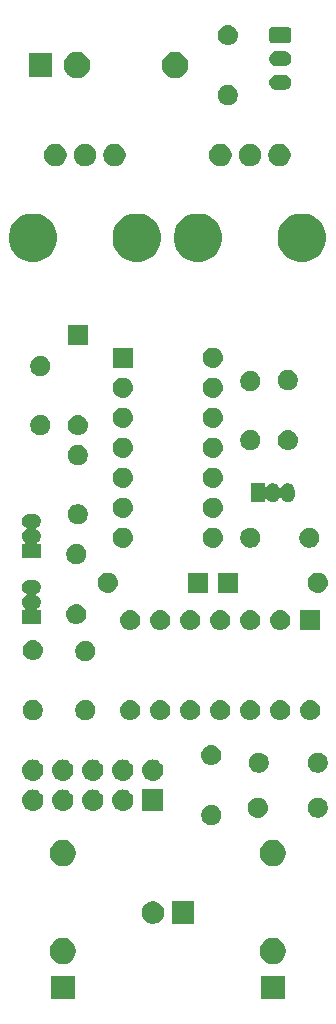
<source format=gbr>
G04 #@! TF.GenerationSoftware,KiCad,Pcbnew,(5.1.0)-1*
G04 #@! TF.CreationDate,2019-04-24T00:20:58-04:00*
G04 #@! TF.ProjectId,envelope,656e7665-6c6f-4706-952e-6b696361645f,rev?*
G04 #@! TF.SameCoordinates,Original*
G04 #@! TF.FileFunction,Soldermask,Bot*
G04 #@! TF.FilePolarity,Negative*
%FSLAX46Y46*%
G04 Gerber Fmt 4.6, Leading zero omitted, Abs format (unit mm)*
G04 Created by KiCad (PCBNEW (5.1.0)-1) date 2019-04-24 00:20:58*
%MOMM*%
%LPD*%
G04 APERTURE LIST*
%ADD10C,0.100000*%
G04 APERTURE END LIST*
D10*
G36*
X136271000Y-133681000D02*
G01*
X134239000Y-133681000D01*
X134239000Y-131749000D01*
X136271000Y-131749000D01*
X136271000Y-133681000D01*
X136271000Y-133681000D01*
G37*
G36*
X118491000Y-133681000D02*
G01*
X116459000Y-133681000D01*
X116459000Y-131749000D01*
X118491000Y-131749000D01*
X118491000Y-133681000D01*
X118491000Y-133681000D01*
G37*
G36*
X135508655Y-128527591D02*
G01*
X135580525Y-128541887D01*
X135783624Y-128626013D01*
X135966409Y-128748146D01*
X136121854Y-128903591D01*
X136243987Y-129086376D01*
X136328113Y-129289475D01*
X136371000Y-129505084D01*
X136371000Y-129724916D01*
X136328113Y-129940525D01*
X136243987Y-130143624D01*
X136121854Y-130326409D01*
X135966409Y-130481854D01*
X135783624Y-130603987D01*
X135580525Y-130688113D01*
X135508655Y-130702409D01*
X135364918Y-130731000D01*
X135145082Y-130731000D01*
X135001345Y-130702409D01*
X134929475Y-130688113D01*
X134726376Y-130603987D01*
X134543591Y-130481854D01*
X134388146Y-130326409D01*
X134266013Y-130143624D01*
X134181887Y-129940525D01*
X134139000Y-129724916D01*
X134139000Y-129505084D01*
X134181887Y-129289475D01*
X134266013Y-129086376D01*
X134388146Y-128903591D01*
X134543591Y-128748146D01*
X134726376Y-128626013D01*
X134929475Y-128541887D01*
X135001345Y-128527591D01*
X135145082Y-128499000D01*
X135364918Y-128499000D01*
X135508655Y-128527591D01*
X135508655Y-128527591D01*
G37*
G36*
X117728655Y-128527591D02*
G01*
X117800525Y-128541887D01*
X118003624Y-128626013D01*
X118186409Y-128748146D01*
X118341854Y-128903591D01*
X118463987Y-129086376D01*
X118548113Y-129289475D01*
X118591000Y-129505084D01*
X118591000Y-129724916D01*
X118548113Y-129940525D01*
X118463987Y-130143624D01*
X118341854Y-130326409D01*
X118186409Y-130481854D01*
X118003624Y-130603987D01*
X117800525Y-130688113D01*
X117728655Y-130702409D01*
X117584918Y-130731000D01*
X117365082Y-130731000D01*
X117221345Y-130702409D01*
X117149475Y-130688113D01*
X116946376Y-130603987D01*
X116763591Y-130481854D01*
X116608146Y-130326409D01*
X116486013Y-130143624D01*
X116401887Y-129940525D01*
X116359000Y-129724916D01*
X116359000Y-129505084D01*
X116401887Y-129289475D01*
X116486013Y-129086376D01*
X116608146Y-128903591D01*
X116763591Y-128748146D01*
X116946376Y-128626013D01*
X117149475Y-128541887D01*
X117221345Y-128527591D01*
X117365082Y-128499000D01*
X117584918Y-128499000D01*
X117728655Y-128527591D01*
X117728655Y-128527591D01*
G37*
G36*
X128586000Y-127316000D02*
G01*
X126684000Y-127316000D01*
X126684000Y-125414000D01*
X128586000Y-125414000D01*
X128586000Y-127316000D01*
X128586000Y-127316000D01*
G37*
G36*
X125372395Y-125450546D02*
G01*
X125545466Y-125522234D01*
X125545467Y-125522235D01*
X125701227Y-125626310D01*
X125833690Y-125758773D01*
X125833691Y-125758775D01*
X125937766Y-125914534D01*
X126009454Y-126087605D01*
X126046000Y-126271333D01*
X126046000Y-126458667D01*
X126009454Y-126642395D01*
X125937766Y-126815466D01*
X125937765Y-126815467D01*
X125833690Y-126971227D01*
X125701227Y-127103690D01*
X125622818Y-127156081D01*
X125545466Y-127207766D01*
X125372395Y-127279454D01*
X125188667Y-127316000D01*
X125001333Y-127316000D01*
X124817605Y-127279454D01*
X124644534Y-127207766D01*
X124567182Y-127156081D01*
X124488773Y-127103690D01*
X124356310Y-126971227D01*
X124252235Y-126815467D01*
X124252234Y-126815466D01*
X124180546Y-126642395D01*
X124144000Y-126458667D01*
X124144000Y-126271333D01*
X124180546Y-126087605D01*
X124252234Y-125914534D01*
X124356309Y-125758775D01*
X124356310Y-125758773D01*
X124488773Y-125626310D01*
X124644533Y-125522235D01*
X124644534Y-125522234D01*
X124817605Y-125450546D01*
X125001333Y-125414000D01*
X125188667Y-125414000D01*
X125372395Y-125450546D01*
X125372395Y-125450546D01*
G37*
G36*
X135508655Y-120227591D02*
G01*
X135580525Y-120241887D01*
X135783624Y-120326013D01*
X135966409Y-120448146D01*
X136121854Y-120603591D01*
X136243987Y-120786376D01*
X136328113Y-120989475D01*
X136371000Y-121205084D01*
X136371000Y-121424916D01*
X136328113Y-121640525D01*
X136243987Y-121843624D01*
X136121854Y-122026409D01*
X135966409Y-122181854D01*
X135783624Y-122303987D01*
X135580525Y-122388113D01*
X135508655Y-122402409D01*
X135364918Y-122431000D01*
X135145082Y-122431000D01*
X135001345Y-122402409D01*
X134929475Y-122388113D01*
X134726376Y-122303987D01*
X134543591Y-122181854D01*
X134388146Y-122026409D01*
X134266013Y-121843624D01*
X134181887Y-121640525D01*
X134139000Y-121424916D01*
X134139000Y-121205084D01*
X134181887Y-120989475D01*
X134266013Y-120786376D01*
X134388146Y-120603591D01*
X134543591Y-120448146D01*
X134726376Y-120326013D01*
X134929475Y-120241887D01*
X135001345Y-120227591D01*
X135145082Y-120199000D01*
X135364918Y-120199000D01*
X135508655Y-120227591D01*
X135508655Y-120227591D01*
G37*
G36*
X117728655Y-120227591D02*
G01*
X117800525Y-120241887D01*
X118003624Y-120326013D01*
X118186409Y-120448146D01*
X118341854Y-120603591D01*
X118463987Y-120786376D01*
X118548113Y-120989475D01*
X118591000Y-121205084D01*
X118591000Y-121424916D01*
X118548113Y-121640525D01*
X118463987Y-121843624D01*
X118341854Y-122026409D01*
X118186409Y-122181854D01*
X118003624Y-122303987D01*
X117800525Y-122388113D01*
X117728655Y-122402409D01*
X117584918Y-122431000D01*
X117365082Y-122431000D01*
X117221345Y-122402409D01*
X117149475Y-122388113D01*
X116946376Y-122303987D01*
X116763591Y-122181854D01*
X116608146Y-122026409D01*
X116486013Y-121843624D01*
X116401887Y-121640525D01*
X116359000Y-121424916D01*
X116359000Y-121205084D01*
X116401887Y-120989475D01*
X116486013Y-120786376D01*
X116608146Y-120603591D01*
X116763591Y-120448146D01*
X116946376Y-120326013D01*
X117149475Y-120241887D01*
X117221345Y-120227591D01*
X117365082Y-120199000D01*
X117584918Y-120199000D01*
X117728655Y-120227591D01*
X117728655Y-120227591D01*
G37*
G36*
X130296228Y-117291703D02*
G01*
X130451100Y-117355853D01*
X130590481Y-117448985D01*
X130709015Y-117567519D01*
X130802147Y-117706900D01*
X130866297Y-117861772D01*
X130899000Y-118026184D01*
X130899000Y-118193816D01*
X130866297Y-118358228D01*
X130802147Y-118513100D01*
X130709015Y-118652481D01*
X130590481Y-118771015D01*
X130451100Y-118864147D01*
X130296228Y-118928297D01*
X130131816Y-118961000D01*
X129964184Y-118961000D01*
X129799772Y-118928297D01*
X129644900Y-118864147D01*
X129505519Y-118771015D01*
X129386985Y-118652481D01*
X129293853Y-118513100D01*
X129229703Y-118358228D01*
X129197000Y-118193816D01*
X129197000Y-118026184D01*
X129229703Y-117861772D01*
X129293853Y-117706900D01*
X129386985Y-117567519D01*
X129505519Y-117448985D01*
X129644900Y-117355853D01*
X129799772Y-117291703D01*
X129964184Y-117259000D01*
X130131816Y-117259000D01*
X130296228Y-117291703D01*
X130296228Y-117291703D01*
G37*
G36*
X139313228Y-116656703D02*
G01*
X139468100Y-116720853D01*
X139607481Y-116813985D01*
X139726015Y-116932519D01*
X139819147Y-117071900D01*
X139883297Y-117226772D01*
X139916000Y-117391184D01*
X139916000Y-117558816D01*
X139883297Y-117723228D01*
X139819147Y-117878100D01*
X139726015Y-118017481D01*
X139607481Y-118136015D01*
X139468100Y-118229147D01*
X139313228Y-118293297D01*
X139148816Y-118326000D01*
X138981184Y-118326000D01*
X138816772Y-118293297D01*
X138661900Y-118229147D01*
X138522519Y-118136015D01*
X138403985Y-118017481D01*
X138310853Y-117878100D01*
X138246703Y-117723228D01*
X138214000Y-117558816D01*
X138214000Y-117391184D01*
X138246703Y-117226772D01*
X138310853Y-117071900D01*
X138403985Y-116932519D01*
X138522519Y-116813985D01*
X138661900Y-116720853D01*
X138816772Y-116656703D01*
X138981184Y-116624000D01*
X139148816Y-116624000D01*
X139313228Y-116656703D01*
X139313228Y-116656703D01*
G37*
G36*
X134151823Y-116636313D02*
G01*
X134312242Y-116684976D01*
X134379361Y-116720852D01*
X134460078Y-116763996D01*
X134589659Y-116870341D01*
X134696004Y-116999922D01*
X134696005Y-116999924D01*
X134775024Y-117147758D01*
X134823687Y-117308177D01*
X134840117Y-117475000D01*
X134823687Y-117641823D01*
X134775024Y-117802242D01*
X134734477Y-117878100D01*
X134696004Y-117950078D01*
X134589659Y-118079659D01*
X134460078Y-118186004D01*
X134460076Y-118186005D01*
X134312242Y-118265024D01*
X134151823Y-118313687D01*
X134026804Y-118326000D01*
X133943196Y-118326000D01*
X133818177Y-118313687D01*
X133657758Y-118265024D01*
X133509924Y-118186005D01*
X133509922Y-118186004D01*
X133380341Y-118079659D01*
X133273996Y-117950078D01*
X133235523Y-117878100D01*
X133194976Y-117802242D01*
X133146313Y-117641823D01*
X133129883Y-117475000D01*
X133146313Y-117308177D01*
X133194976Y-117147758D01*
X133273995Y-116999924D01*
X133273996Y-116999922D01*
X133380341Y-116870341D01*
X133509922Y-116763996D01*
X133590639Y-116720852D01*
X133657758Y-116684976D01*
X133818177Y-116636313D01*
X133943196Y-116624000D01*
X134026804Y-116624000D01*
X134151823Y-116636313D01*
X134151823Y-116636313D01*
G37*
G36*
X125996000Y-117741000D02*
G01*
X124194000Y-117741000D01*
X124194000Y-115939000D01*
X125996000Y-115939000D01*
X125996000Y-117741000D01*
X125996000Y-117741000D01*
G37*
G36*
X120125442Y-115945518D02*
G01*
X120191627Y-115952037D01*
X120361466Y-116003557D01*
X120517991Y-116087222D01*
X120553729Y-116116552D01*
X120655186Y-116199814D01*
X120738448Y-116301271D01*
X120767778Y-116337009D01*
X120851443Y-116493534D01*
X120902963Y-116663373D01*
X120920359Y-116840000D01*
X120902963Y-117016627D01*
X120851443Y-117186466D01*
X120767778Y-117342991D01*
X120757223Y-117355852D01*
X120655186Y-117480186D01*
X120559375Y-117558815D01*
X120517991Y-117592778D01*
X120361466Y-117676443D01*
X120191627Y-117727963D01*
X120125442Y-117734482D01*
X120059260Y-117741000D01*
X119970740Y-117741000D01*
X119904558Y-117734482D01*
X119838373Y-117727963D01*
X119668534Y-117676443D01*
X119512009Y-117592778D01*
X119470625Y-117558815D01*
X119374814Y-117480186D01*
X119272777Y-117355852D01*
X119262222Y-117342991D01*
X119178557Y-117186466D01*
X119127037Y-117016627D01*
X119109641Y-116840000D01*
X119127037Y-116663373D01*
X119178557Y-116493534D01*
X119262222Y-116337009D01*
X119291552Y-116301271D01*
X119374814Y-116199814D01*
X119476271Y-116116552D01*
X119512009Y-116087222D01*
X119668534Y-116003557D01*
X119838373Y-115952037D01*
X119904558Y-115945518D01*
X119970740Y-115939000D01*
X120059260Y-115939000D01*
X120125442Y-115945518D01*
X120125442Y-115945518D01*
G37*
G36*
X117585442Y-115945518D02*
G01*
X117651627Y-115952037D01*
X117821466Y-116003557D01*
X117977991Y-116087222D01*
X118013729Y-116116552D01*
X118115186Y-116199814D01*
X118198448Y-116301271D01*
X118227778Y-116337009D01*
X118311443Y-116493534D01*
X118362963Y-116663373D01*
X118380359Y-116840000D01*
X118362963Y-117016627D01*
X118311443Y-117186466D01*
X118227778Y-117342991D01*
X118217223Y-117355852D01*
X118115186Y-117480186D01*
X118019375Y-117558815D01*
X117977991Y-117592778D01*
X117821466Y-117676443D01*
X117651627Y-117727963D01*
X117585442Y-117734482D01*
X117519260Y-117741000D01*
X117430740Y-117741000D01*
X117364558Y-117734482D01*
X117298373Y-117727963D01*
X117128534Y-117676443D01*
X116972009Y-117592778D01*
X116930625Y-117558815D01*
X116834814Y-117480186D01*
X116732777Y-117355852D01*
X116722222Y-117342991D01*
X116638557Y-117186466D01*
X116587037Y-117016627D01*
X116569641Y-116840000D01*
X116587037Y-116663373D01*
X116638557Y-116493534D01*
X116722222Y-116337009D01*
X116751552Y-116301271D01*
X116834814Y-116199814D01*
X116936271Y-116116552D01*
X116972009Y-116087222D01*
X117128534Y-116003557D01*
X117298373Y-115952037D01*
X117364558Y-115945518D01*
X117430740Y-115939000D01*
X117519260Y-115939000D01*
X117585442Y-115945518D01*
X117585442Y-115945518D01*
G37*
G36*
X122665442Y-115945518D02*
G01*
X122731627Y-115952037D01*
X122901466Y-116003557D01*
X123057991Y-116087222D01*
X123093729Y-116116552D01*
X123195186Y-116199814D01*
X123278448Y-116301271D01*
X123307778Y-116337009D01*
X123391443Y-116493534D01*
X123442963Y-116663373D01*
X123460359Y-116840000D01*
X123442963Y-117016627D01*
X123391443Y-117186466D01*
X123307778Y-117342991D01*
X123297223Y-117355852D01*
X123195186Y-117480186D01*
X123099375Y-117558815D01*
X123057991Y-117592778D01*
X122901466Y-117676443D01*
X122731627Y-117727963D01*
X122665442Y-117734482D01*
X122599260Y-117741000D01*
X122510740Y-117741000D01*
X122444558Y-117734482D01*
X122378373Y-117727963D01*
X122208534Y-117676443D01*
X122052009Y-117592778D01*
X122010625Y-117558815D01*
X121914814Y-117480186D01*
X121812777Y-117355852D01*
X121802222Y-117342991D01*
X121718557Y-117186466D01*
X121667037Y-117016627D01*
X121649641Y-116840000D01*
X121667037Y-116663373D01*
X121718557Y-116493534D01*
X121802222Y-116337009D01*
X121831552Y-116301271D01*
X121914814Y-116199814D01*
X122016271Y-116116552D01*
X122052009Y-116087222D01*
X122208534Y-116003557D01*
X122378373Y-115952037D01*
X122444558Y-115945518D01*
X122510740Y-115939000D01*
X122599260Y-115939000D01*
X122665442Y-115945518D01*
X122665442Y-115945518D01*
G37*
G36*
X115045442Y-115945518D02*
G01*
X115111627Y-115952037D01*
X115281466Y-116003557D01*
X115437991Y-116087222D01*
X115473729Y-116116552D01*
X115575186Y-116199814D01*
X115658448Y-116301271D01*
X115687778Y-116337009D01*
X115771443Y-116493534D01*
X115822963Y-116663373D01*
X115840359Y-116840000D01*
X115822963Y-117016627D01*
X115771443Y-117186466D01*
X115687778Y-117342991D01*
X115677223Y-117355852D01*
X115575186Y-117480186D01*
X115479375Y-117558815D01*
X115437991Y-117592778D01*
X115281466Y-117676443D01*
X115111627Y-117727963D01*
X115045442Y-117734482D01*
X114979260Y-117741000D01*
X114890740Y-117741000D01*
X114824558Y-117734482D01*
X114758373Y-117727963D01*
X114588534Y-117676443D01*
X114432009Y-117592778D01*
X114390625Y-117558815D01*
X114294814Y-117480186D01*
X114192777Y-117355852D01*
X114182222Y-117342991D01*
X114098557Y-117186466D01*
X114047037Y-117016627D01*
X114029641Y-116840000D01*
X114047037Y-116663373D01*
X114098557Y-116493534D01*
X114182222Y-116337009D01*
X114211552Y-116301271D01*
X114294814Y-116199814D01*
X114396271Y-116116552D01*
X114432009Y-116087222D01*
X114588534Y-116003557D01*
X114758373Y-115952037D01*
X114824558Y-115945518D01*
X114890740Y-115939000D01*
X114979260Y-115939000D01*
X115045442Y-115945518D01*
X115045442Y-115945518D01*
G37*
G36*
X117585443Y-113405519D02*
G01*
X117651627Y-113412037D01*
X117821466Y-113463557D01*
X117977991Y-113547222D01*
X118013729Y-113576552D01*
X118115186Y-113659814D01*
X118188226Y-113748815D01*
X118227778Y-113797009D01*
X118311443Y-113953534D01*
X118362963Y-114123373D01*
X118380359Y-114300000D01*
X118362963Y-114476627D01*
X118311443Y-114646466D01*
X118227778Y-114802991D01*
X118198448Y-114838729D01*
X118115186Y-114940186D01*
X118013729Y-115023448D01*
X117977991Y-115052778D01*
X117821466Y-115136443D01*
X117651627Y-115187963D01*
X117585442Y-115194482D01*
X117519260Y-115201000D01*
X117430740Y-115201000D01*
X117364558Y-115194482D01*
X117298373Y-115187963D01*
X117128534Y-115136443D01*
X116972009Y-115052778D01*
X116936271Y-115023448D01*
X116834814Y-114940186D01*
X116751552Y-114838729D01*
X116722222Y-114802991D01*
X116638557Y-114646466D01*
X116587037Y-114476627D01*
X116569641Y-114300000D01*
X116587037Y-114123373D01*
X116638557Y-113953534D01*
X116722222Y-113797009D01*
X116761774Y-113748815D01*
X116834814Y-113659814D01*
X116936271Y-113576552D01*
X116972009Y-113547222D01*
X117128534Y-113463557D01*
X117298373Y-113412037D01*
X117364557Y-113405519D01*
X117430740Y-113399000D01*
X117519260Y-113399000D01*
X117585443Y-113405519D01*
X117585443Y-113405519D01*
G37*
G36*
X125205443Y-113405519D02*
G01*
X125271627Y-113412037D01*
X125441466Y-113463557D01*
X125597991Y-113547222D01*
X125633729Y-113576552D01*
X125735186Y-113659814D01*
X125808226Y-113748815D01*
X125847778Y-113797009D01*
X125931443Y-113953534D01*
X125982963Y-114123373D01*
X126000359Y-114300000D01*
X125982963Y-114476627D01*
X125931443Y-114646466D01*
X125847778Y-114802991D01*
X125818448Y-114838729D01*
X125735186Y-114940186D01*
X125633729Y-115023448D01*
X125597991Y-115052778D01*
X125441466Y-115136443D01*
X125271627Y-115187963D01*
X125205442Y-115194482D01*
X125139260Y-115201000D01*
X125050740Y-115201000D01*
X124984558Y-115194482D01*
X124918373Y-115187963D01*
X124748534Y-115136443D01*
X124592009Y-115052778D01*
X124556271Y-115023448D01*
X124454814Y-114940186D01*
X124371552Y-114838729D01*
X124342222Y-114802991D01*
X124258557Y-114646466D01*
X124207037Y-114476627D01*
X124189641Y-114300000D01*
X124207037Y-114123373D01*
X124258557Y-113953534D01*
X124342222Y-113797009D01*
X124381774Y-113748815D01*
X124454814Y-113659814D01*
X124556271Y-113576552D01*
X124592009Y-113547222D01*
X124748534Y-113463557D01*
X124918373Y-113412037D01*
X124984557Y-113405519D01*
X125050740Y-113399000D01*
X125139260Y-113399000D01*
X125205443Y-113405519D01*
X125205443Y-113405519D01*
G37*
G36*
X122665443Y-113405519D02*
G01*
X122731627Y-113412037D01*
X122901466Y-113463557D01*
X123057991Y-113547222D01*
X123093729Y-113576552D01*
X123195186Y-113659814D01*
X123268226Y-113748815D01*
X123307778Y-113797009D01*
X123391443Y-113953534D01*
X123442963Y-114123373D01*
X123460359Y-114300000D01*
X123442963Y-114476627D01*
X123391443Y-114646466D01*
X123307778Y-114802991D01*
X123278448Y-114838729D01*
X123195186Y-114940186D01*
X123093729Y-115023448D01*
X123057991Y-115052778D01*
X122901466Y-115136443D01*
X122731627Y-115187963D01*
X122665442Y-115194482D01*
X122599260Y-115201000D01*
X122510740Y-115201000D01*
X122444558Y-115194482D01*
X122378373Y-115187963D01*
X122208534Y-115136443D01*
X122052009Y-115052778D01*
X122016271Y-115023448D01*
X121914814Y-114940186D01*
X121831552Y-114838729D01*
X121802222Y-114802991D01*
X121718557Y-114646466D01*
X121667037Y-114476627D01*
X121649641Y-114300000D01*
X121667037Y-114123373D01*
X121718557Y-113953534D01*
X121802222Y-113797009D01*
X121841774Y-113748815D01*
X121914814Y-113659814D01*
X122016271Y-113576552D01*
X122052009Y-113547222D01*
X122208534Y-113463557D01*
X122378373Y-113412037D01*
X122444557Y-113405519D01*
X122510740Y-113399000D01*
X122599260Y-113399000D01*
X122665443Y-113405519D01*
X122665443Y-113405519D01*
G37*
G36*
X120125443Y-113405519D02*
G01*
X120191627Y-113412037D01*
X120361466Y-113463557D01*
X120517991Y-113547222D01*
X120553729Y-113576552D01*
X120655186Y-113659814D01*
X120728226Y-113748815D01*
X120767778Y-113797009D01*
X120851443Y-113953534D01*
X120902963Y-114123373D01*
X120920359Y-114300000D01*
X120902963Y-114476627D01*
X120851443Y-114646466D01*
X120767778Y-114802991D01*
X120738448Y-114838729D01*
X120655186Y-114940186D01*
X120553729Y-115023448D01*
X120517991Y-115052778D01*
X120361466Y-115136443D01*
X120191627Y-115187963D01*
X120125442Y-115194482D01*
X120059260Y-115201000D01*
X119970740Y-115201000D01*
X119904558Y-115194482D01*
X119838373Y-115187963D01*
X119668534Y-115136443D01*
X119512009Y-115052778D01*
X119476271Y-115023448D01*
X119374814Y-114940186D01*
X119291552Y-114838729D01*
X119262222Y-114802991D01*
X119178557Y-114646466D01*
X119127037Y-114476627D01*
X119109641Y-114300000D01*
X119127037Y-114123373D01*
X119178557Y-113953534D01*
X119262222Y-113797009D01*
X119301774Y-113748815D01*
X119374814Y-113659814D01*
X119476271Y-113576552D01*
X119512009Y-113547222D01*
X119668534Y-113463557D01*
X119838373Y-113412037D01*
X119904557Y-113405519D01*
X119970740Y-113399000D01*
X120059260Y-113399000D01*
X120125443Y-113405519D01*
X120125443Y-113405519D01*
G37*
G36*
X115045443Y-113405519D02*
G01*
X115111627Y-113412037D01*
X115281466Y-113463557D01*
X115437991Y-113547222D01*
X115473729Y-113576552D01*
X115575186Y-113659814D01*
X115648226Y-113748815D01*
X115687778Y-113797009D01*
X115771443Y-113953534D01*
X115822963Y-114123373D01*
X115840359Y-114300000D01*
X115822963Y-114476627D01*
X115771443Y-114646466D01*
X115687778Y-114802991D01*
X115658448Y-114838729D01*
X115575186Y-114940186D01*
X115473729Y-115023448D01*
X115437991Y-115052778D01*
X115281466Y-115136443D01*
X115111627Y-115187963D01*
X115045442Y-115194482D01*
X114979260Y-115201000D01*
X114890740Y-115201000D01*
X114824558Y-115194482D01*
X114758373Y-115187963D01*
X114588534Y-115136443D01*
X114432009Y-115052778D01*
X114396271Y-115023448D01*
X114294814Y-114940186D01*
X114211552Y-114838729D01*
X114182222Y-114802991D01*
X114098557Y-114646466D01*
X114047037Y-114476627D01*
X114029641Y-114300000D01*
X114047037Y-114123373D01*
X114098557Y-113953534D01*
X114182222Y-113797009D01*
X114221774Y-113748815D01*
X114294814Y-113659814D01*
X114396271Y-113576552D01*
X114432009Y-113547222D01*
X114588534Y-113463557D01*
X114758373Y-113412037D01*
X114824557Y-113405519D01*
X114890740Y-113399000D01*
X114979260Y-113399000D01*
X115045443Y-113405519D01*
X115045443Y-113405519D01*
G37*
G36*
X139313228Y-112846703D02*
G01*
X139468100Y-112910853D01*
X139607481Y-113003985D01*
X139726015Y-113122519D01*
X139819147Y-113261900D01*
X139883297Y-113416772D01*
X139916000Y-113581184D01*
X139916000Y-113748816D01*
X139883297Y-113913228D01*
X139819147Y-114068100D01*
X139726015Y-114207481D01*
X139607481Y-114326015D01*
X139468100Y-114419147D01*
X139313228Y-114483297D01*
X139148816Y-114516000D01*
X138981184Y-114516000D01*
X138816772Y-114483297D01*
X138661900Y-114419147D01*
X138522519Y-114326015D01*
X138403985Y-114207481D01*
X138310853Y-114068100D01*
X138246703Y-113913228D01*
X138214000Y-113748816D01*
X138214000Y-113581184D01*
X138246703Y-113416772D01*
X138310853Y-113261900D01*
X138403985Y-113122519D01*
X138522519Y-113003985D01*
X138661900Y-112910853D01*
X138816772Y-112846703D01*
X138981184Y-112814000D01*
X139148816Y-112814000D01*
X139313228Y-112846703D01*
X139313228Y-112846703D01*
G37*
G36*
X134313228Y-112846703D02*
G01*
X134468100Y-112910853D01*
X134607481Y-113003985D01*
X134726015Y-113122519D01*
X134819147Y-113261900D01*
X134883297Y-113416772D01*
X134916000Y-113581184D01*
X134916000Y-113748816D01*
X134883297Y-113913228D01*
X134819147Y-114068100D01*
X134726015Y-114207481D01*
X134607481Y-114326015D01*
X134468100Y-114419147D01*
X134313228Y-114483297D01*
X134148816Y-114516000D01*
X133981184Y-114516000D01*
X133816772Y-114483297D01*
X133661900Y-114419147D01*
X133522519Y-114326015D01*
X133403985Y-114207481D01*
X133310853Y-114068100D01*
X133246703Y-113913228D01*
X133214000Y-113748816D01*
X133214000Y-113581184D01*
X133246703Y-113416772D01*
X133310853Y-113261900D01*
X133403985Y-113122519D01*
X133522519Y-113003985D01*
X133661900Y-112910853D01*
X133816772Y-112846703D01*
X133981184Y-112814000D01*
X134148816Y-112814000D01*
X134313228Y-112846703D01*
X134313228Y-112846703D01*
G37*
G36*
X130214823Y-112191313D02*
G01*
X130375242Y-112239976D01*
X130507906Y-112310886D01*
X130523078Y-112318996D01*
X130652659Y-112425341D01*
X130759004Y-112554922D01*
X130759005Y-112554924D01*
X130838024Y-112702758D01*
X130886687Y-112863177D01*
X130903117Y-113030000D01*
X130886687Y-113196823D01*
X130838024Y-113357242D01*
X130781197Y-113463557D01*
X130759004Y-113505078D01*
X130652659Y-113634659D01*
X130523078Y-113741004D01*
X130523076Y-113741005D01*
X130375242Y-113820024D01*
X130214823Y-113868687D01*
X130089804Y-113881000D01*
X130006196Y-113881000D01*
X129881177Y-113868687D01*
X129720758Y-113820024D01*
X129572924Y-113741005D01*
X129572922Y-113741004D01*
X129443341Y-113634659D01*
X129336996Y-113505078D01*
X129314803Y-113463557D01*
X129257976Y-113357242D01*
X129209313Y-113196823D01*
X129192883Y-113030000D01*
X129209313Y-112863177D01*
X129257976Y-112702758D01*
X129336995Y-112554924D01*
X129336996Y-112554922D01*
X129443341Y-112425341D01*
X129572922Y-112318996D01*
X129588094Y-112310886D01*
X129720758Y-112239976D01*
X129881177Y-112191313D01*
X130006196Y-112179000D01*
X130089804Y-112179000D01*
X130214823Y-112191313D01*
X130214823Y-112191313D01*
G37*
G36*
X138596823Y-108381313D02*
G01*
X138757242Y-108429976D01*
X138824361Y-108465852D01*
X138905078Y-108508996D01*
X139034659Y-108615341D01*
X139141004Y-108744922D01*
X139141005Y-108744924D01*
X139220024Y-108892758D01*
X139268687Y-109053177D01*
X139285117Y-109220000D01*
X139268687Y-109386823D01*
X139220024Y-109547242D01*
X139179477Y-109623100D01*
X139141004Y-109695078D01*
X139034659Y-109824659D01*
X138905078Y-109931004D01*
X138905076Y-109931005D01*
X138757242Y-110010024D01*
X138596823Y-110058687D01*
X138471804Y-110071000D01*
X138388196Y-110071000D01*
X138263177Y-110058687D01*
X138102758Y-110010024D01*
X137954924Y-109931005D01*
X137954922Y-109931004D01*
X137825341Y-109824659D01*
X137718996Y-109695078D01*
X137680523Y-109623100D01*
X137639976Y-109547242D01*
X137591313Y-109386823D01*
X137574883Y-109220000D01*
X137591313Y-109053177D01*
X137639976Y-108892758D01*
X137718995Y-108744924D01*
X137718996Y-108744922D01*
X137825341Y-108615341D01*
X137954922Y-108508996D01*
X138035639Y-108465852D01*
X138102758Y-108429976D01*
X138263177Y-108381313D01*
X138388196Y-108369000D01*
X138471804Y-108369000D01*
X138596823Y-108381313D01*
X138596823Y-108381313D01*
G37*
G36*
X123356823Y-108381313D02*
G01*
X123517242Y-108429976D01*
X123584361Y-108465852D01*
X123665078Y-108508996D01*
X123794659Y-108615341D01*
X123901004Y-108744922D01*
X123901005Y-108744924D01*
X123980024Y-108892758D01*
X124028687Y-109053177D01*
X124045117Y-109220000D01*
X124028687Y-109386823D01*
X123980024Y-109547242D01*
X123939477Y-109623100D01*
X123901004Y-109695078D01*
X123794659Y-109824659D01*
X123665078Y-109931004D01*
X123665076Y-109931005D01*
X123517242Y-110010024D01*
X123356823Y-110058687D01*
X123231804Y-110071000D01*
X123148196Y-110071000D01*
X123023177Y-110058687D01*
X122862758Y-110010024D01*
X122714924Y-109931005D01*
X122714922Y-109931004D01*
X122585341Y-109824659D01*
X122478996Y-109695078D01*
X122440523Y-109623100D01*
X122399976Y-109547242D01*
X122351313Y-109386823D01*
X122334883Y-109220000D01*
X122351313Y-109053177D01*
X122399976Y-108892758D01*
X122478995Y-108744924D01*
X122478996Y-108744922D01*
X122585341Y-108615341D01*
X122714922Y-108508996D01*
X122795639Y-108465852D01*
X122862758Y-108429976D01*
X123023177Y-108381313D01*
X123148196Y-108369000D01*
X123231804Y-108369000D01*
X123356823Y-108381313D01*
X123356823Y-108381313D01*
G37*
G36*
X125896823Y-108381313D02*
G01*
X126057242Y-108429976D01*
X126124361Y-108465852D01*
X126205078Y-108508996D01*
X126334659Y-108615341D01*
X126441004Y-108744922D01*
X126441005Y-108744924D01*
X126520024Y-108892758D01*
X126568687Y-109053177D01*
X126585117Y-109220000D01*
X126568687Y-109386823D01*
X126520024Y-109547242D01*
X126479477Y-109623100D01*
X126441004Y-109695078D01*
X126334659Y-109824659D01*
X126205078Y-109931004D01*
X126205076Y-109931005D01*
X126057242Y-110010024D01*
X125896823Y-110058687D01*
X125771804Y-110071000D01*
X125688196Y-110071000D01*
X125563177Y-110058687D01*
X125402758Y-110010024D01*
X125254924Y-109931005D01*
X125254922Y-109931004D01*
X125125341Y-109824659D01*
X125018996Y-109695078D01*
X124980523Y-109623100D01*
X124939976Y-109547242D01*
X124891313Y-109386823D01*
X124874883Y-109220000D01*
X124891313Y-109053177D01*
X124939976Y-108892758D01*
X125018995Y-108744924D01*
X125018996Y-108744922D01*
X125125341Y-108615341D01*
X125254922Y-108508996D01*
X125335639Y-108465852D01*
X125402758Y-108429976D01*
X125563177Y-108381313D01*
X125688196Y-108369000D01*
X125771804Y-108369000D01*
X125896823Y-108381313D01*
X125896823Y-108381313D01*
G37*
G36*
X128436823Y-108381313D02*
G01*
X128597242Y-108429976D01*
X128664361Y-108465852D01*
X128745078Y-108508996D01*
X128874659Y-108615341D01*
X128981004Y-108744922D01*
X128981005Y-108744924D01*
X129060024Y-108892758D01*
X129108687Y-109053177D01*
X129125117Y-109220000D01*
X129108687Y-109386823D01*
X129060024Y-109547242D01*
X129019477Y-109623100D01*
X128981004Y-109695078D01*
X128874659Y-109824659D01*
X128745078Y-109931004D01*
X128745076Y-109931005D01*
X128597242Y-110010024D01*
X128436823Y-110058687D01*
X128311804Y-110071000D01*
X128228196Y-110071000D01*
X128103177Y-110058687D01*
X127942758Y-110010024D01*
X127794924Y-109931005D01*
X127794922Y-109931004D01*
X127665341Y-109824659D01*
X127558996Y-109695078D01*
X127520523Y-109623100D01*
X127479976Y-109547242D01*
X127431313Y-109386823D01*
X127414883Y-109220000D01*
X127431313Y-109053177D01*
X127479976Y-108892758D01*
X127558995Y-108744924D01*
X127558996Y-108744922D01*
X127665341Y-108615341D01*
X127794922Y-108508996D01*
X127875639Y-108465852D01*
X127942758Y-108429976D01*
X128103177Y-108381313D01*
X128228196Y-108369000D01*
X128311804Y-108369000D01*
X128436823Y-108381313D01*
X128436823Y-108381313D01*
G37*
G36*
X130976823Y-108381313D02*
G01*
X131137242Y-108429976D01*
X131204361Y-108465852D01*
X131285078Y-108508996D01*
X131414659Y-108615341D01*
X131521004Y-108744922D01*
X131521005Y-108744924D01*
X131600024Y-108892758D01*
X131648687Y-109053177D01*
X131665117Y-109220000D01*
X131648687Y-109386823D01*
X131600024Y-109547242D01*
X131559477Y-109623100D01*
X131521004Y-109695078D01*
X131414659Y-109824659D01*
X131285078Y-109931004D01*
X131285076Y-109931005D01*
X131137242Y-110010024D01*
X130976823Y-110058687D01*
X130851804Y-110071000D01*
X130768196Y-110071000D01*
X130643177Y-110058687D01*
X130482758Y-110010024D01*
X130334924Y-109931005D01*
X130334922Y-109931004D01*
X130205341Y-109824659D01*
X130098996Y-109695078D01*
X130060523Y-109623100D01*
X130019976Y-109547242D01*
X129971313Y-109386823D01*
X129954883Y-109220000D01*
X129971313Y-109053177D01*
X130019976Y-108892758D01*
X130098995Y-108744924D01*
X130098996Y-108744922D01*
X130205341Y-108615341D01*
X130334922Y-108508996D01*
X130415639Y-108465852D01*
X130482758Y-108429976D01*
X130643177Y-108381313D01*
X130768196Y-108369000D01*
X130851804Y-108369000D01*
X130976823Y-108381313D01*
X130976823Y-108381313D01*
G37*
G36*
X136056823Y-108381313D02*
G01*
X136217242Y-108429976D01*
X136284361Y-108465852D01*
X136365078Y-108508996D01*
X136494659Y-108615341D01*
X136601004Y-108744922D01*
X136601005Y-108744924D01*
X136680024Y-108892758D01*
X136728687Y-109053177D01*
X136745117Y-109220000D01*
X136728687Y-109386823D01*
X136680024Y-109547242D01*
X136639477Y-109623100D01*
X136601004Y-109695078D01*
X136494659Y-109824659D01*
X136365078Y-109931004D01*
X136365076Y-109931005D01*
X136217242Y-110010024D01*
X136056823Y-110058687D01*
X135931804Y-110071000D01*
X135848196Y-110071000D01*
X135723177Y-110058687D01*
X135562758Y-110010024D01*
X135414924Y-109931005D01*
X135414922Y-109931004D01*
X135285341Y-109824659D01*
X135178996Y-109695078D01*
X135140523Y-109623100D01*
X135099976Y-109547242D01*
X135051313Y-109386823D01*
X135034883Y-109220000D01*
X135051313Y-109053177D01*
X135099976Y-108892758D01*
X135178995Y-108744924D01*
X135178996Y-108744922D01*
X135285341Y-108615341D01*
X135414922Y-108508996D01*
X135495639Y-108465852D01*
X135562758Y-108429976D01*
X135723177Y-108381313D01*
X135848196Y-108369000D01*
X135931804Y-108369000D01*
X136056823Y-108381313D01*
X136056823Y-108381313D01*
G37*
G36*
X119628228Y-108401703D02*
G01*
X119783100Y-108465853D01*
X119922481Y-108558985D01*
X120041015Y-108677519D01*
X120134147Y-108816900D01*
X120198297Y-108971772D01*
X120231000Y-109136184D01*
X120231000Y-109303816D01*
X120198297Y-109468228D01*
X120134147Y-109623100D01*
X120041015Y-109762481D01*
X119922481Y-109881015D01*
X119783100Y-109974147D01*
X119628228Y-110038297D01*
X119463816Y-110071000D01*
X119296184Y-110071000D01*
X119131772Y-110038297D01*
X118976900Y-109974147D01*
X118837519Y-109881015D01*
X118718985Y-109762481D01*
X118625853Y-109623100D01*
X118561703Y-109468228D01*
X118529000Y-109303816D01*
X118529000Y-109136184D01*
X118561703Y-108971772D01*
X118625853Y-108816900D01*
X118718985Y-108677519D01*
X118837519Y-108558985D01*
X118976900Y-108465853D01*
X119131772Y-108401703D01*
X119296184Y-108369000D01*
X119463816Y-108369000D01*
X119628228Y-108401703D01*
X119628228Y-108401703D01*
G37*
G36*
X115183228Y-108401703D02*
G01*
X115338100Y-108465853D01*
X115477481Y-108558985D01*
X115596015Y-108677519D01*
X115689147Y-108816900D01*
X115753297Y-108971772D01*
X115786000Y-109136184D01*
X115786000Y-109303816D01*
X115753297Y-109468228D01*
X115689147Y-109623100D01*
X115596015Y-109762481D01*
X115477481Y-109881015D01*
X115338100Y-109974147D01*
X115183228Y-110038297D01*
X115018816Y-110071000D01*
X114851184Y-110071000D01*
X114686772Y-110038297D01*
X114531900Y-109974147D01*
X114392519Y-109881015D01*
X114273985Y-109762481D01*
X114180853Y-109623100D01*
X114116703Y-109468228D01*
X114084000Y-109303816D01*
X114084000Y-109136184D01*
X114116703Y-108971772D01*
X114180853Y-108816900D01*
X114273985Y-108677519D01*
X114392519Y-108558985D01*
X114531900Y-108465853D01*
X114686772Y-108401703D01*
X114851184Y-108369000D01*
X115018816Y-108369000D01*
X115183228Y-108401703D01*
X115183228Y-108401703D01*
G37*
G36*
X133516823Y-108381313D02*
G01*
X133677242Y-108429976D01*
X133744361Y-108465852D01*
X133825078Y-108508996D01*
X133954659Y-108615341D01*
X134061004Y-108744922D01*
X134061005Y-108744924D01*
X134140024Y-108892758D01*
X134188687Y-109053177D01*
X134205117Y-109220000D01*
X134188687Y-109386823D01*
X134140024Y-109547242D01*
X134099477Y-109623100D01*
X134061004Y-109695078D01*
X133954659Y-109824659D01*
X133825078Y-109931004D01*
X133825076Y-109931005D01*
X133677242Y-110010024D01*
X133516823Y-110058687D01*
X133391804Y-110071000D01*
X133308196Y-110071000D01*
X133183177Y-110058687D01*
X133022758Y-110010024D01*
X132874924Y-109931005D01*
X132874922Y-109931004D01*
X132745341Y-109824659D01*
X132638996Y-109695078D01*
X132600523Y-109623100D01*
X132559976Y-109547242D01*
X132511313Y-109386823D01*
X132494883Y-109220000D01*
X132511313Y-109053177D01*
X132559976Y-108892758D01*
X132638995Y-108744924D01*
X132638996Y-108744922D01*
X132745341Y-108615341D01*
X132874922Y-108508996D01*
X132955639Y-108465852D01*
X133022758Y-108429976D01*
X133183177Y-108381313D01*
X133308196Y-108369000D01*
X133391804Y-108369000D01*
X133516823Y-108381313D01*
X133516823Y-108381313D01*
G37*
G36*
X119628228Y-103401703D02*
G01*
X119783100Y-103465853D01*
X119922481Y-103558985D01*
X120041015Y-103677519D01*
X120134147Y-103816900D01*
X120198297Y-103971772D01*
X120231000Y-104136184D01*
X120231000Y-104303816D01*
X120198297Y-104468228D01*
X120134147Y-104623100D01*
X120041015Y-104762481D01*
X119922481Y-104881015D01*
X119783100Y-104974147D01*
X119628228Y-105038297D01*
X119463816Y-105071000D01*
X119296184Y-105071000D01*
X119131772Y-105038297D01*
X118976900Y-104974147D01*
X118837519Y-104881015D01*
X118718985Y-104762481D01*
X118625853Y-104623100D01*
X118561703Y-104468228D01*
X118529000Y-104303816D01*
X118529000Y-104136184D01*
X118561703Y-103971772D01*
X118625853Y-103816900D01*
X118718985Y-103677519D01*
X118837519Y-103558985D01*
X118976900Y-103465853D01*
X119131772Y-103401703D01*
X119296184Y-103369000D01*
X119463816Y-103369000D01*
X119628228Y-103401703D01*
X119628228Y-103401703D01*
G37*
G36*
X115101823Y-103301313D02*
G01*
X115262242Y-103349976D01*
X115297833Y-103369000D01*
X115410078Y-103428996D01*
X115539659Y-103535341D01*
X115646004Y-103664922D01*
X115646005Y-103664924D01*
X115725024Y-103812758D01*
X115725025Y-103812761D01*
X115726281Y-103816903D01*
X115773687Y-103973177D01*
X115790117Y-104140000D01*
X115773687Y-104306823D01*
X115725024Y-104467242D01*
X115724496Y-104468229D01*
X115646004Y-104615078D01*
X115539659Y-104744659D01*
X115410078Y-104851004D01*
X115410076Y-104851005D01*
X115262242Y-104930024D01*
X115101823Y-104978687D01*
X114976804Y-104991000D01*
X114893196Y-104991000D01*
X114768177Y-104978687D01*
X114607758Y-104930024D01*
X114459924Y-104851005D01*
X114459922Y-104851004D01*
X114330341Y-104744659D01*
X114223996Y-104615078D01*
X114145504Y-104468229D01*
X114144976Y-104467242D01*
X114096313Y-104306823D01*
X114079883Y-104140000D01*
X114096313Y-103973177D01*
X114143719Y-103816903D01*
X114144975Y-103812761D01*
X114144976Y-103812758D01*
X114223995Y-103664924D01*
X114223996Y-103664922D01*
X114330341Y-103535341D01*
X114459922Y-103428996D01*
X114572167Y-103369000D01*
X114607758Y-103349976D01*
X114768177Y-103301313D01*
X114893196Y-103289000D01*
X114976804Y-103289000D01*
X115101823Y-103301313D01*
X115101823Y-103301313D01*
G37*
G36*
X136056823Y-100761313D02*
G01*
X136217242Y-100809976D01*
X136349906Y-100880886D01*
X136365078Y-100888996D01*
X136494659Y-100995341D01*
X136601004Y-101124922D01*
X136601005Y-101124924D01*
X136680024Y-101272758D01*
X136728687Y-101433177D01*
X136745117Y-101600000D01*
X136728687Y-101766823D01*
X136680024Y-101927242D01*
X136671601Y-101943000D01*
X136601004Y-102075078D01*
X136494659Y-102204659D01*
X136365078Y-102311004D01*
X136365076Y-102311005D01*
X136217242Y-102390024D01*
X136056823Y-102438687D01*
X135931804Y-102451000D01*
X135848196Y-102451000D01*
X135723177Y-102438687D01*
X135562758Y-102390024D01*
X135414924Y-102311005D01*
X135414922Y-102311004D01*
X135285341Y-102204659D01*
X135178996Y-102075078D01*
X135108399Y-101943000D01*
X135099976Y-101927242D01*
X135051313Y-101766823D01*
X135034883Y-101600000D01*
X135051313Y-101433177D01*
X135099976Y-101272758D01*
X135178995Y-101124924D01*
X135178996Y-101124922D01*
X135285341Y-100995341D01*
X135414922Y-100888996D01*
X135430094Y-100880886D01*
X135562758Y-100809976D01*
X135723177Y-100761313D01*
X135848196Y-100749000D01*
X135931804Y-100749000D01*
X136056823Y-100761313D01*
X136056823Y-100761313D01*
G37*
G36*
X133516823Y-100761313D02*
G01*
X133677242Y-100809976D01*
X133809906Y-100880886D01*
X133825078Y-100888996D01*
X133954659Y-100995341D01*
X134061004Y-101124922D01*
X134061005Y-101124924D01*
X134140024Y-101272758D01*
X134188687Y-101433177D01*
X134205117Y-101600000D01*
X134188687Y-101766823D01*
X134140024Y-101927242D01*
X134131601Y-101943000D01*
X134061004Y-102075078D01*
X133954659Y-102204659D01*
X133825078Y-102311004D01*
X133825076Y-102311005D01*
X133677242Y-102390024D01*
X133516823Y-102438687D01*
X133391804Y-102451000D01*
X133308196Y-102451000D01*
X133183177Y-102438687D01*
X133022758Y-102390024D01*
X132874924Y-102311005D01*
X132874922Y-102311004D01*
X132745341Y-102204659D01*
X132638996Y-102075078D01*
X132568399Y-101943000D01*
X132559976Y-101927242D01*
X132511313Y-101766823D01*
X132494883Y-101600000D01*
X132511313Y-101433177D01*
X132559976Y-101272758D01*
X132638995Y-101124924D01*
X132638996Y-101124922D01*
X132745341Y-100995341D01*
X132874922Y-100888996D01*
X132890094Y-100880886D01*
X133022758Y-100809976D01*
X133183177Y-100761313D01*
X133308196Y-100749000D01*
X133391804Y-100749000D01*
X133516823Y-100761313D01*
X133516823Y-100761313D01*
G37*
G36*
X128436823Y-100761313D02*
G01*
X128597242Y-100809976D01*
X128729906Y-100880886D01*
X128745078Y-100888996D01*
X128874659Y-100995341D01*
X128981004Y-101124922D01*
X128981005Y-101124924D01*
X129060024Y-101272758D01*
X129108687Y-101433177D01*
X129125117Y-101600000D01*
X129108687Y-101766823D01*
X129060024Y-101927242D01*
X129051601Y-101943000D01*
X128981004Y-102075078D01*
X128874659Y-102204659D01*
X128745078Y-102311004D01*
X128745076Y-102311005D01*
X128597242Y-102390024D01*
X128436823Y-102438687D01*
X128311804Y-102451000D01*
X128228196Y-102451000D01*
X128103177Y-102438687D01*
X127942758Y-102390024D01*
X127794924Y-102311005D01*
X127794922Y-102311004D01*
X127665341Y-102204659D01*
X127558996Y-102075078D01*
X127488399Y-101943000D01*
X127479976Y-101927242D01*
X127431313Y-101766823D01*
X127414883Y-101600000D01*
X127431313Y-101433177D01*
X127479976Y-101272758D01*
X127558995Y-101124924D01*
X127558996Y-101124922D01*
X127665341Y-100995341D01*
X127794922Y-100888996D01*
X127810094Y-100880886D01*
X127942758Y-100809976D01*
X128103177Y-100761313D01*
X128228196Y-100749000D01*
X128311804Y-100749000D01*
X128436823Y-100761313D01*
X128436823Y-100761313D01*
G37*
G36*
X125896823Y-100761313D02*
G01*
X126057242Y-100809976D01*
X126189906Y-100880886D01*
X126205078Y-100888996D01*
X126334659Y-100995341D01*
X126441004Y-101124922D01*
X126441005Y-101124924D01*
X126520024Y-101272758D01*
X126568687Y-101433177D01*
X126585117Y-101600000D01*
X126568687Y-101766823D01*
X126520024Y-101927242D01*
X126511601Y-101943000D01*
X126441004Y-102075078D01*
X126334659Y-102204659D01*
X126205078Y-102311004D01*
X126205076Y-102311005D01*
X126057242Y-102390024D01*
X125896823Y-102438687D01*
X125771804Y-102451000D01*
X125688196Y-102451000D01*
X125563177Y-102438687D01*
X125402758Y-102390024D01*
X125254924Y-102311005D01*
X125254922Y-102311004D01*
X125125341Y-102204659D01*
X125018996Y-102075078D01*
X124948399Y-101943000D01*
X124939976Y-101927242D01*
X124891313Y-101766823D01*
X124874883Y-101600000D01*
X124891313Y-101433177D01*
X124939976Y-101272758D01*
X125018995Y-101124924D01*
X125018996Y-101124922D01*
X125125341Y-100995341D01*
X125254922Y-100888996D01*
X125270094Y-100880886D01*
X125402758Y-100809976D01*
X125563177Y-100761313D01*
X125688196Y-100749000D01*
X125771804Y-100749000D01*
X125896823Y-100761313D01*
X125896823Y-100761313D01*
G37*
G36*
X139281000Y-102451000D02*
G01*
X137579000Y-102451000D01*
X137579000Y-100749000D01*
X139281000Y-100749000D01*
X139281000Y-102451000D01*
X139281000Y-102451000D01*
G37*
G36*
X123356823Y-100761313D02*
G01*
X123517242Y-100809976D01*
X123649906Y-100880886D01*
X123665078Y-100888996D01*
X123794659Y-100995341D01*
X123901004Y-101124922D01*
X123901005Y-101124924D01*
X123980024Y-101272758D01*
X124028687Y-101433177D01*
X124045117Y-101600000D01*
X124028687Y-101766823D01*
X123980024Y-101927242D01*
X123971601Y-101943000D01*
X123901004Y-102075078D01*
X123794659Y-102204659D01*
X123665078Y-102311004D01*
X123665076Y-102311005D01*
X123517242Y-102390024D01*
X123356823Y-102438687D01*
X123231804Y-102451000D01*
X123148196Y-102451000D01*
X123023177Y-102438687D01*
X122862758Y-102390024D01*
X122714924Y-102311005D01*
X122714922Y-102311004D01*
X122585341Y-102204659D01*
X122478996Y-102075078D01*
X122408399Y-101943000D01*
X122399976Y-101927242D01*
X122351313Y-101766823D01*
X122334883Y-101600000D01*
X122351313Y-101433177D01*
X122399976Y-101272758D01*
X122478995Y-101124924D01*
X122478996Y-101124922D01*
X122585341Y-100995341D01*
X122714922Y-100888996D01*
X122730094Y-100880886D01*
X122862758Y-100809976D01*
X123023177Y-100761313D01*
X123148196Y-100749000D01*
X123231804Y-100749000D01*
X123356823Y-100761313D01*
X123356823Y-100761313D01*
G37*
G36*
X130976823Y-100761313D02*
G01*
X131137242Y-100809976D01*
X131269906Y-100880886D01*
X131285078Y-100888996D01*
X131414659Y-100995341D01*
X131521004Y-101124922D01*
X131521005Y-101124924D01*
X131600024Y-101272758D01*
X131648687Y-101433177D01*
X131665117Y-101600000D01*
X131648687Y-101766823D01*
X131600024Y-101927242D01*
X131591601Y-101943000D01*
X131521004Y-102075078D01*
X131414659Y-102204659D01*
X131285078Y-102311004D01*
X131285076Y-102311005D01*
X131137242Y-102390024D01*
X130976823Y-102438687D01*
X130851804Y-102451000D01*
X130768196Y-102451000D01*
X130643177Y-102438687D01*
X130482758Y-102390024D01*
X130334924Y-102311005D01*
X130334922Y-102311004D01*
X130205341Y-102204659D01*
X130098996Y-102075078D01*
X130028399Y-101943000D01*
X130019976Y-101927242D01*
X129971313Y-101766823D01*
X129954883Y-101600000D01*
X129971313Y-101433177D01*
X130019976Y-101272758D01*
X130098995Y-101124924D01*
X130098996Y-101124922D01*
X130205341Y-100995341D01*
X130334922Y-100888996D01*
X130350094Y-100880886D01*
X130482758Y-100809976D01*
X130643177Y-100761313D01*
X130768196Y-100749000D01*
X130851804Y-100749000D01*
X130976823Y-100761313D01*
X130976823Y-100761313D01*
G37*
G36*
X118784823Y-100253313D02*
G01*
X118915380Y-100292917D01*
X118930461Y-100297492D01*
X118945242Y-100301976D01*
X119077906Y-100372886D01*
X119093078Y-100380996D01*
X119222659Y-100487341D01*
X119329004Y-100616922D01*
X119329005Y-100616924D01*
X119408024Y-100764758D01*
X119456687Y-100925177D01*
X119473117Y-101092000D01*
X119456687Y-101258823D01*
X119408024Y-101419242D01*
X119337114Y-101551906D01*
X119329004Y-101567078D01*
X119222659Y-101696659D01*
X119093078Y-101803004D01*
X119093076Y-101803005D01*
X118945242Y-101882024D01*
X118784823Y-101930687D01*
X118659804Y-101943000D01*
X118576196Y-101943000D01*
X118451177Y-101930687D01*
X118290758Y-101882024D01*
X118142924Y-101803005D01*
X118142922Y-101803004D01*
X118013341Y-101696659D01*
X117906996Y-101567078D01*
X117898886Y-101551906D01*
X117827976Y-101419242D01*
X117779313Y-101258823D01*
X117762883Y-101092000D01*
X117779313Y-100925177D01*
X117827976Y-100764758D01*
X117906995Y-100616924D01*
X117906996Y-100616922D01*
X118013341Y-100487341D01*
X118142922Y-100380996D01*
X118158094Y-100372886D01*
X118290758Y-100301976D01*
X118305540Y-100297492D01*
X118320620Y-100292917D01*
X118451177Y-100253313D01*
X118576196Y-100241000D01*
X118659804Y-100241000D01*
X118784823Y-100253313D01*
X118784823Y-100253313D01*
G37*
G36*
X115145916Y-98238334D02*
G01*
X115254492Y-98271271D01*
X115254495Y-98271272D01*
X115290601Y-98290571D01*
X115354557Y-98324756D01*
X115442264Y-98396736D01*
X115514244Y-98484443D01*
X115548429Y-98548399D01*
X115567728Y-98584505D01*
X115567729Y-98584508D01*
X115600666Y-98693084D01*
X115611787Y-98806000D01*
X115600666Y-98918916D01*
X115567729Y-99027492D01*
X115567728Y-99027495D01*
X115566571Y-99029659D01*
X115514244Y-99127557D01*
X115442264Y-99215264D01*
X115354557Y-99287244D01*
X115273141Y-99330761D01*
X115252766Y-99344375D01*
X115235439Y-99361702D01*
X115221826Y-99382076D01*
X115212448Y-99404715D01*
X115207668Y-99428748D01*
X115207668Y-99453252D01*
X115212448Y-99477285D01*
X115221826Y-99499924D01*
X115235440Y-99520299D01*
X115252767Y-99537626D01*
X115273141Y-99551239D01*
X115354557Y-99594756D01*
X115442264Y-99666736D01*
X115514244Y-99754443D01*
X115548429Y-99818399D01*
X115567728Y-99854505D01*
X115567729Y-99854508D01*
X115600666Y-99963084D01*
X115611787Y-100076000D01*
X115600666Y-100188916D01*
X115567729Y-100297492D01*
X115567728Y-100297495D01*
X115548429Y-100333601D01*
X115514244Y-100397557D01*
X115442264Y-100485264D01*
X115365354Y-100548383D01*
X115348035Y-100565702D01*
X115334421Y-100586077D01*
X115325043Y-100608716D01*
X115320263Y-100632749D01*
X115320263Y-100657253D01*
X115325043Y-100681286D01*
X115334421Y-100703925D01*
X115348034Y-100724299D01*
X115365361Y-100741626D01*
X115385736Y-100755240D01*
X115408375Y-100764618D01*
X115432408Y-100769398D01*
X115444660Y-100770000D01*
X115609000Y-100770000D01*
X115609000Y-101922000D01*
X114007000Y-101922000D01*
X114007000Y-100770000D01*
X114171340Y-100770000D01*
X114195726Y-100767598D01*
X114219175Y-100760485D01*
X114240786Y-100748934D01*
X114259728Y-100733389D01*
X114275273Y-100714447D01*
X114286824Y-100692836D01*
X114293937Y-100669387D01*
X114296339Y-100645001D01*
X114293937Y-100620615D01*
X114286824Y-100597166D01*
X114275273Y-100575555D01*
X114259728Y-100556613D01*
X114250655Y-100548391D01*
X114173736Y-100485264D01*
X114101756Y-100397557D01*
X114067571Y-100333601D01*
X114048272Y-100297495D01*
X114048271Y-100297492D01*
X114015334Y-100188916D01*
X114004213Y-100076000D01*
X114015334Y-99963084D01*
X114048271Y-99854508D01*
X114048272Y-99854505D01*
X114067571Y-99818399D01*
X114101756Y-99754443D01*
X114173736Y-99666736D01*
X114261443Y-99594756D01*
X114342859Y-99551239D01*
X114363234Y-99537625D01*
X114380561Y-99520298D01*
X114394174Y-99499924D01*
X114403552Y-99477285D01*
X114408332Y-99453252D01*
X114408332Y-99428748D01*
X114403552Y-99404715D01*
X114394174Y-99382076D01*
X114380560Y-99361701D01*
X114363233Y-99344374D01*
X114342859Y-99330761D01*
X114261443Y-99287244D01*
X114173736Y-99215264D01*
X114101756Y-99127557D01*
X114049429Y-99029659D01*
X114048272Y-99027495D01*
X114048271Y-99027492D01*
X114015334Y-98918916D01*
X114004213Y-98806000D01*
X114015334Y-98693084D01*
X114048271Y-98584508D01*
X114048272Y-98584505D01*
X114067571Y-98548399D01*
X114101756Y-98484443D01*
X114173736Y-98396736D01*
X114261443Y-98324756D01*
X114325399Y-98290571D01*
X114361505Y-98271272D01*
X114361508Y-98271271D01*
X114470084Y-98238334D01*
X114554702Y-98230000D01*
X115061298Y-98230000D01*
X115145916Y-98238334D01*
X115145916Y-98238334D01*
G37*
G36*
X129756000Y-99276000D02*
G01*
X128054000Y-99276000D01*
X128054000Y-97574000D01*
X129756000Y-97574000D01*
X129756000Y-99276000D01*
X129756000Y-99276000D01*
G37*
G36*
X132296000Y-99276000D02*
G01*
X130594000Y-99276000D01*
X130594000Y-97574000D01*
X132296000Y-97574000D01*
X132296000Y-99276000D01*
X132296000Y-99276000D01*
G37*
G36*
X121451823Y-97586313D02*
G01*
X121612242Y-97634976D01*
X121744906Y-97705886D01*
X121760078Y-97713996D01*
X121889659Y-97820341D01*
X121996004Y-97949922D01*
X121996005Y-97949924D01*
X122075024Y-98097758D01*
X122123687Y-98258177D01*
X122140117Y-98425000D01*
X122123687Y-98591823D01*
X122075024Y-98752242D01*
X122004114Y-98884906D01*
X121996004Y-98900078D01*
X121889659Y-99029659D01*
X121760078Y-99136004D01*
X121760076Y-99136005D01*
X121612242Y-99215024D01*
X121451823Y-99263687D01*
X121326804Y-99276000D01*
X121243196Y-99276000D01*
X121118177Y-99263687D01*
X120957758Y-99215024D01*
X120809924Y-99136005D01*
X120809922Y-99136004D01*
X120680341Y-99029659D01*
X120573996Y-98900078D01*
X120565886Y-98884906D01*
X120494976Y-98752242D01*
X120446313Y-98591823D01*
X120429883Y-98425000D01*
X120446313Y-98258177D01*
X120494976Y-98097758D01*
X120573995Y-97949924D01*
X120573996Y-97949922D01*
X120680341Y-97820341D01*
X120809922Y-97713996D01*
X120825094Y-97705886D01*
X120957758Y-97634976D01*
X121118177Y-97586313D01*
X121243196Y-97574000D01*
X121326804Y-97574000D01*
X121451823Y-97586313D01*
X121451823Y-97586313D01*
G37*
G36*
X139231823Y-97586313D02*
G01*
X139392242Y-97634976D01*
X139524906Y-97705886D01*
X139540078Y-97713996D01*
X139669659Y-97820341D01*
X139776004Y-97949922D01*
X139776005Y-97949924D01*
X139855024Y-98097758D01*
X139903687Y-98258177D01*
X139920117Y-98425000D01*
X139903687Y-98591823D01*
X139855024Y-98752242D01*
X139784114Y-98884906D01*
X139776004Y-98900078D01*
X139669659Y-99029659D01*
X139540078Y-99136004D01*
X139540076Y-99136005D01*
X139392242Y-99215024D01*
X139231823Y-99263687D01*
X139106804Y-99276000D01*
X139023196Y-99276000D01*
X138898177Y-99263687D01*
X138737758Y-99215024D01*
X138589924Y-99136005D01*
X138589922Y-99136004D01*
X138460341Y-99029659D01*
X138353996Y-98900078D01*
X138345886Y-98884906D01*
X138274976Y-98752242D01*
X138226313Y-98591823D01*
X138209883Y-98425000D01*
X138226313Y-98258177D01*
X138274976Y-98097758D01*
X138353995Y-97949924D01*
X138353996Y-97949922D01*
X138460341Y-97820341D01*
X138589922Y-97713996D01*
X138605094Y-97705886D01*
X138737758Y-97634976D01*
X138898177Y-97586313D01*
X139023196Y-97574000D01*
X139106804Y-97574000D01*
X139231823Y-97586313D01*
X139231823Y-97586313D01*
G37*
G36*
X118866228Y-95193703D02*
G01*
X119021100Y-95257853D01*
X119160481Y-95350985D01*
X119279015Y-95469519D01*
X119372147Y-95608900D01*
X119436297Y-95763772D01*
X119469000Y-95928184D01*
X119469000Y-96095816D01*
X119436297Y-96260228D01*
X119372147Y-96415100D01*
X119279015Y-96554481D01*
X119160481Y-96673015D01*
X119021100Y-96766147D01*
X118866228Y-96830297D01*
X118701816Y-96863000D01*
X118534184Y-96863000D01*
X118369772Y-96830297D01*
X118214900Y-96766147D01*
X118075519Y-96673015D01*
X117956985Y-96554481D01*
X117863853Y-96415100D01*
X117799703Y-96260228D01*
X117767000Y-96095816D01*
X117767000Y-95928184D01*
X117799703Y-95763772D01*
X117863853Y-95608900D01*
X117956985Y-95469519D01*
X118075519Y-95350985D01*
X118214900Y-95257853D01*
X118369772Y-95193703D01*
X118534184Y-95161000D01*
X118701816Y-95161000D01*
X118866228Y-95193703D01*
X118866228Y-95193703D01*
G37*
G36*
X115145916Y-92650334D02*
G01*
X115254492Y-92683271D01*
X115254495Y-92683272D01*
X115290601Y-92702571D01*
X115354557Y-92736756D01*
X115442264Y-92808736D01*
X115514244Y-92896443D01*
X115530042Y-92926000D01*
X115567728Y-92996505D01*
X115567729Y-92996508D01*
X115600666Y-93105084D01*
X115611787Y-93218000D01*
X115600666Y-93330916D01*
X115567729Y-93439492D01*
X115567728Y-93439495D01*
X115563024Y-93448295D01*
X115514244Y-93539557D01*
X115442264Y-93627264D01*
X115354557Y-93699244D01*
X115273141Y-93742761D01*
X115252766Y-93756375D01*
X115235439Y-93773702D01*
X115221826Y-93794076D01*
X115212448Y-93816715D01*
X115207668Y-93840748D01*
X115207668Y-93865252D01*
X115212448Y-93889285D01*
X115221826Y-93911924D01*
X115235440Y-93932299D01*
X115252767Y-93949626D01*
X115273141Y-93963239D01*
X115354557Y-94006756D01*
X115442264Y-94078736D01*
X115514244Y-94166443D01*
X115538541Y-94211900D01*
X115567728Y-94266505D01*
X115567729Y-94266508D01*
X115600666Y-94375084D01*
X115611787Y-94488000D01*
X115600666Y-94600916D01*
X115567729Y-94709492D01*
X115567728Y-94709495D01*
X115548429Y-94745601D01*
X115514244Y-94809557D01*
X115442264Y-94897264D01*
X115365354Y-94960383D01*
X115348035Y-94977702D01*
X115334421Y-94998077D01*
X115325043Y-95020716D01*
X115320263Y-95044749D01*
X115320263Y-95069253D01*
X115325043Y-95093286D01*
X115334421Y-95115925D01*
X115348034Y-95136299D01*
X115365361Y-95153626D01*
X115385736Y-95167240D01*
X115408375Y-95176618D01*
X115432408Y-95181398D01*
X115444660Y-95182000D01*
X115609000Y-95182000D01*
X115609000Y-96334000D01*
X114007000Y-96334000D01*
X114007000Y-95182000D01*
X114171340Y-95182000D01*
X114195726Y-95179598D01*
X114219175Y-95172485D01*
X114240786Y-95160934D01*
X114259728Y-95145389D01*
X114275273Y-95126447D01*
X114286824Y-95104836D01*
X114293937Y-95081387D01*
X114296339Y-95057001D01*
X114293937Y-95032615D01*
X114286824Y-95009166D01*
X114275273Y-94987555D01*
X114259728Y-94968613D01*
X114250655Y-94960391D01*
X114173736Y-94897264D01*
X114101756Y-94809557D01*
X114067571Y-94745601D01*
X114048272Y-94709495D01*
X114048271Y-94709492D01*
X114015334Y-94600916D01*
X114004213Y-94488000D01*
X114015334Y-94375084D01*
X114048271Y-94266508D01*
X114048272Y-94266505D01*
X114077459Y-94211900D01*
X114101756Y-94166443D01*
X114173736Y-94078736D01*
X114261443Y-94006756D01*
X114342859Y-93963239D01*
X114363234Y-93949625D01*
X114380561Y-93932298D01*
X114394174Y-93911924D01*
X114403552Y-93889285D01*
X114408332Y-93865252D01*
X114408332Y-93840748D01*
X114403552Y-93816715D01*
X114394174Y-93794076D01*
X114380560Y-93773701D01*
X114363233Y-93756374D01*
X114342859Y-93742761D01*
X114261443Y-93699244D01*
X114173736Y-93627264D01*
X114101756Y-93539557D01*
X114052976Y-93448295D01*
X114048272Y-93439495D01*
X114048271Y-93439492D01*
X114015334Y-93330916D01*
X114004213Y-93218000D01*
X114015334Y-93105084D01*
X114048271Y-92996508D01*
X114048272Y-92996505D01*
X114085958Y-92926000D01*
X114101756Y-92896443D01*
X114173736Y-92808736D01*
X114261443Y-92736756D01*
X114325399Y-92702571D01*
X114361505Y-92683272D01*
X114361508Y-92683271D01*
X114470084Y-92650334D01*
X114554702Y-92642000D01*
X115061298Y-92642000D01*
X115145916Y-92650334D01*
X115145916Y-92650334D01*
G37*
G36*
X130341823Y-93776313D02*
G01*
X130502242Y-93824976D01*
X130634906Y-93895886D01*
X130650078Y-93903996D01*
X130779659Y-94010341D01*
X130886004Y-94139922D01*
X130886005Y-94139924D01*
X130965024Y-94287758D01*
X131013687Y-94448177D01*
X131030117Y-94615000D01*
X131013687Y-94781823D01*
X130965024Y-94942242D01*
X130903684Y-95057001D01*
X130886004Y-95090078D01*
X130779659Y-95219659D01*
X130650078Y-95326004D01*
X130650076Y-95326005D01*
X130502242Y-95405024D01*
X130341823Y-95453687D01*
X130216804Y-95466000D01*
X130133196Y-95466000D01*
X130008177Y-95453687D01*
X129847758Y-95405024D01*
X129699924Y-95326005D01*
X129699922Y-95326004D01*
X129570341Y-95219659D01*
X129463996Y-95090078D01*
X129446316Y-95057001D01*
X129384976Y-94942242D01*
X129336313Y-94781823D01*
X129319883Y-94615000D01*
X129336313Y-94448177D01*
X129384976Y-94287758D01*
X129463995Y-94139924D01*
X129463996Y-94139922D01*
X129570341Y-94010341D01*
X129699922Y-93903996D01*
X129715094Y-93895886D01*
X129847758Y-93824976D01*
X130008177Y-93776313D01*
X130133196Y-93764000D01*
X130216804Y-93764000D01*
X130341823Y-93776313D01*
X130341823Y-93776313D01*
G37*
G36*
X138598228Y-93796703D02*
G01*
X138753100Y-93860853D01*
X138892481Y-93953985D01*
X139011015Y-94072519D01*
X139104147Y-94211900D01*
X139168297Y-94366772D01*
X139201000Y-94531184D01*
X139201000Y-94698816D01*
X139168297Y-94863228D01*
X139104147Y-95018100D01*
X139011015Y-95157481D01*
X138892481Y-95276015D01*
X138753100Y-95369147D01*
X138598228Y-95433297D01*
X138433816Y-95466000D01*
X138266184Y-95466000D01*
X138101772Y-95433297D01*
X137946900Y-95369147D01*
X137807519Y-95276015D01*
X137688985Y-95157481D01*
X137595853Y-95018100D01*
X137531703Y-94863228D01*
X137499000Y-94698816D01*
X137499000Y-94531184D01*
X137531703Y-94366772D01*
X137595853Y-94211900D01*
X137688985Y-94072519D01*
X137807519Y-93953985D01*
X137946900Y-93860853D01*
X138101772Y-93796703D01*
X138266184Y-93764000D01*
X138433816Y-93764000D01*
X138598228Y-93796703D01*
X138598228Y-93796703D01*
G37*
G36*
X122721823Y-93776313D02*
G01*
X122882242Y-93824976D01*
X123014906Y-93895886D01*
X123030078Y-93903996D01*
X123159659Y-94010341D01*
X123266004Y-94139922D01*
X123266005Y-94139924D01*
X123345024Y-94287758D01*
X123393687Y-94448177D01*
X123410117Y-94615000D01*
X123393687Y-94781823D01*
X123345024Y-94942242D01*
X123283684Y-95057001D01*
X123266004Y-95090078D01*
X123159659Y-95219659D01*
X123030078Y-95326004D01*
X123030076Y-95326005D01*
X122882242Y-95405024D01*
X122721823Y-95453687D01*
X122596804Y-95466000D01*
X122513196Y-95466000D01*
X122388177Y-95453687D01*
X122227758Y-95405024D01*
X122079924Y-95326005D01*
X122079922Y-95326004D01*
X121950341Y-95219659D01*
X121843996Y-95090078D01*
X121826316Y-95057001D01*
X121764976Y-94942242D01*
X121716313Y-94781823D01*
X121699883Y-94615000D01*
X121716313Y-94448177D01*
X121764976Y-94287758D01*
X121843995Y-94139924D01*
X121843996Y-94139922D01*
X121950341Y-94010341D01*
X122079922Y-93903996D01*
X122095094Y-93895886D01*
X122227758Y-93824976D01*
X122388177Y-93776313D01*
X122513196Y-93764000D01*
X122596804Y-93764000D01*
X122721823Y-93776313D01*
X122721823Y-93776313D01*
G37*
G36*
X133598228Y-93796703D02*
G01*
X133753100Y-93860853D01*
X133892481Y-93953985D01*
X134011015Y-94072519D01*
X134104147Y-94211900D01*
X134168297Y-94366772D01*
X134201000Y-94531184D01*
X134201000Y-94698816D01*
X134168297Y-94863228D01*
X134104147Y-95018100D01*
X134011015Y-95157481D01*
X133892481Y-95276015D01*
X133753100Y-95369147D01*
X133598228Y-95433297D01*
X133433816Y-95466000D01*
X133266184Y-95466000D01*
X133101772Y-95433297D01*
X132946900Y-95369147D01*
X132807519Y-95276015D01*
X132688985Y-95157481D01*
X132595853Y-95018100D01*
X132531703Y-94863228D01*
X132499000Y-94698816D01*
X132499000Y-94531184D01*
X132531703Y-94366772D01*
X132595853Y-94211900D01*
X132688985Y-94072519D01*
X132807519Y-93953985D01*
X132946900Y-93860853D01*
X133101772Y-93796703D01*
X133266184Y-93764000D01*
X133433816Y-93764000D01*
X133598228Y-93796703D01*
X133598228Y-93796703D01*
G37*
G36*
X118993228Y-91811703D02*
G01*
X119148100Y-91875853D01*
X119287481Y-91968985D01*
X119406015Y-92087519D01*
X119499147Y-92226900D01*
X119563297Y-92381772D01*
X119596000Y-92546184D01*
X119596000Y-92713816D01*
X119563297Y-92878228D01*
X119499147Y-93033100D01*
X119406015Y-93172481D01*
X119287481Y-93291015D01*
X119148100Y-93384147D01*
X118993228Y-93448297D01*
X118828816Y-93481000D01*
X118661184Y-93481000D01*
X118496772Y-93448297D01*
X118341900Y-93384147D01*
X118202519Y-93291015D01*
X118083985Y-93172481D01*
X117990853Y-93033100D01*
X117926703Y-92878228D01*
X117894000Y-92713816D01*
X117894000Y-92546184D01*
X117926703Y-92381772D01*
X117990853Y-92226900D01*
X118083985Y-92087519D01*
X118202519Y-91968985D01*
X118341900Y-91875853D01*
X118496772Y-91811703D01*
X118661184Y-91779000D01*
X118828816Y-91779000D01*
X118993228Y-91811703D01*
X118993228Y-91811703D01*
G37*
G36*
X130341823Y-91236313D02*
G01*
X130502242Y-91284976D01*
X130614604Y-91345035D01*
X130650078Y-91363996D01*
X130779659Y-91470341D01*
X130886004Y-91599922D01*
X130886005Y-91599924D01*
X130965024Y-91747758D01*
X131013687Y-91908177D01*
X131030117Y-92075000D01*
X131013687Y-92241823D01*
X130965024Y-92402242D01*
X130894114Y-92534906D01*
X130886004Y-92550078D01*
X130779659Y-92679659D01*
X130650078Y-92786004D01*
X130650076Y-92786005D01*
X130502242Y-92865024D01*
X130341823Y-92913687D01*
X130216804Y-92926000D01*
X130133196Y-92926000D01*
X130008177Y-92913687D01*
X129847758Y-92865024D01*
X129699924Y-92786005D01*
X129699922Y-92786004D01*
X129570341Y-92679659D01*
X129463996Y-92550078D01*
X129455886Y-92534906D01*
X129384976Y-92402242D01*
X129336313Y-92241823D01*
X129319883Y-92075000D01*
X129336313Y-91908177D01*
X129384976Y-91747758D01*
X129463995Y-91599924D01*
X129463996Y-91599922D01*
X129570341Y-91470341D01*
X129699922Y-91363996D01*
X129735396Y-91345035D01*
X129847758Y-91284976D01*
X130008177Y-91236313D01*
X130133196Y-91224000D01*
X130216804Y-91224000D01*
X130341823Y-91236313D01*
X130341823Y-91236313D01*
G37*
G36*
X122721823Y-91236313D02*
G01*
X122882242Y-91284976D01*
X122994604Y-91345035D01*
X123030078Y-91363996D01*
X123159659Y-91470341D01*
X123266004Y-91599922D01*
X123266005Y-91599924D01*
X123345024Y-91747758D01*
X123393687Y-91908177D01*
X123410117Y-92075000D01*
X123393687Y-92241823D01*
X123345024Y-92402242D01*
X123274114Y-92534906D01*
X123266004Y-92550078D01*
X123159659Y-92679659D01*
X123030078Y-92786004D01*
X123030076Y-92786005D01*
X122882242Y-92865024D01*
X122721823Y-92913687D01*
X122596804Y-92926000D01*
X122513196Y-92926000D01*
X122388177Y-92913687D01*
X122227758Y-92865024D01*
X122079924Y-92786005D01*
X122079922Y-92786004D01*
X121950341Y-92679659D01*
X121843996Y-92550078D01*
X121835886Y-92534906D01*
X121764976Y-92402242D01*
X121716313Y-92241823D01*
X121699883Y-92075000D01*
X121716313Y-91908177D01*
X121764976Y-91747758D01*
X121843995Y-91599924D01*
X121843996Y-91599922D01*
X121950341Y-91470341D01*
X122079922Y-91363996D01*
X122115396Y-91345035D01*
X122227758Y-91284976D01*
X122388177Y-91236313D01*
X122513196Y-91224000D01*
X122596804Y-91224000D01*
X122721823Y-91236313D01*
X122721823Y-91236313D01*
G37*
G36*
X136637915Y-90012334D02*
G01*
X136746491Y-90045271D01*
X136746494Y-90045272D01*
X136782600Y-90064571D01*
X136846556Y-90098756D01*
X136934264Y-90170736D01*
X137006244Y-90258443D01*
X137040429Y-90322399D01*
X137059728Y-90358505D01*
X137059729Y-90358508D01*
X137092666Y-90467084D01*
X137101000Y-90551702D01*
X137101000Y-91058297D01*
X137092666Y-91142916D01*
X137060252Y-91249767D01*
X137059728Y-91251495D01*
X137049761Y-91270141D01*
X137006244Y-91351557D01*
X136934264Y-91439264D01*
X136846557Y-91511244D01*
X136782601Y-91545429D01*
X136746495Y-91564728D01*
X136746492Y-91564729D01*
X136637916Y-91597666D01*
X136525000Y-91608787D01*
X136412085Y-91597666D01*
X136303509Y-91564729D01*
X136303506Y-91564728D01*
X136267400Y-91545429D01*
X136203444Y-91511244D01*
X136115737Y-91439264D01*
X136043757Y-91351557D01*
X136000239Y-91270141D01*
X135986625Y-91249766D01*
X135969298Y-91232439D01*
X135948924Y-91218826D01*
X135926285Y-91209448D01*
X135902252Y-91204668D01*
X135877748Y-91204668D01*
X135853715Y-91209448D01*
X135831076Y-91218826D01*
X135810701Y-91232440D01*
X135793374Y-91249767D01*
X135779761Y-91270141D01*
X135736244Y-91351557D01*
X135664264Y-91439264D01*
X135576557Y-91511244D01*
X135512601Y-91545429D01*
X135476495Y-91564728D01*
X135476492Y-91564729D01*
X135367916Y-91597666D01*
X135255000Y-91608787D01*
X135142085Y-91597666D01*
X135033509Y-91564729D01*
X135033506Y-91564728D01*
X134997400Y-91545429D01*
X134933444Y-91511244D01*
X134845737Y-91439264D01*
X134782622Y-91362359D01*
X134765297Y-91345034D01*
X134744923Y-91331420D01*
X134722284Y-91322043D01*
X134698250Y-91317263D01*
X134673746Y-91317263D01*
X134649713Y-91322044D01*
X134627074Y-91331421D01*
X134606700Y-91345035D01*
X134589373Y-91362362D01*
X134575759Y-91382736D01*
X134566382Y-91405375D01*
X134561000Y-91441660D01*
X134561000Y-91606000D01*
X133409000Y-91606000D01*
X133409000Y-90004000D01*
X134561000Y-90004000D01*
X134561000Y-90168341D01*
X134563402Y-90192727D01*
X134570515Y-90216176D01*
X134582066Y-90237787D01*
X134597611Y-90256729D01*
X134616553Y-90272274D01*
X134638164Y-90283825D01*
X134661613Y-90290938D01*
X134685999Y-90293340D01*
X134710385Y-90290938D01*
X134733834Y-90283825D01*
X134755445Y-90272274D01*
X134774387Y-90256729D01*
X134782608Y-90247657D01*
X134845736Y-90170736D01*
X134933443Y-90098756D01*
X134997399Y-90064571D01*
X135033505Y-90045272D01*
X135033508Y-90045271D01*
X135142084Y-90012334D01*
X135255000Y-90001213D01*
X135367915Y-90012334D01*
X135476491Y-90045271D01*
X135476494Y-90045272D01*
X135512600Y-90064571D01*
X135576556Y-90098756D01*
X135664264Y-90170736D01*
X135736244Y-90258443D01*
X135771832Y-90325025D01*
X135779761Y-90339859D01*
X135793375Y-90360234D01*
X135810702Y-90377561D01*
X135831076Y-90391174D01*
X135853715Y-90400552D01*
X135877748Y-90405332D01*
X135902252Y-90405332D01*
X135926285Y-90400552D01*
X135948924Y-90391174D01*
X135969299Y-90377560D01*
X135986626Y-90360233D01*
X136000239Y-90339860D01*
X136043756Y-90258444D01*
X136115736Y-90170736D01*
X136203443Y-90098756D01*
X136267399Y-90064571D01*
X136303505Y-90045272D01*
X136303508Y-90045271D01*
X136412084Y-90012334D01*
X136525000Y-90001213D01*
X136637915Y-90012334D01*
X136637915Y-90012334D01*
G37*
G36*
X130341823Y-88696313D02*
G01*
X130502242Y-88744976D01*
X130634906Y-88815886D01*
X130650078Y-88823996D01*
X130779659Y-88930341D01*
X130886004Y-89059922D01*
X130886005Y-89059924D01*
X130965024Y-89207758D01*
X131013687Y-89368177D01*
X131030117Y-89535000D01*
X131013687Y-89701823D01*
X130965024Y-89862242D01*
X130894114Y-89994906D01*
X130886004Y-90010078D01*
X130779659Y-90139659D01*
X130650078Y-90246004D01*
X130650076Y-90246005D01*
X130502242Y-90325024D01*
X130341823Y-90373687D01*
X130216804Y-90386000D01*
X130133196Y-90386000D01*
X130008177Y-90373687D01*
X129847758Y-90325024D01*
X129699924Y-90246005D01*
X129699922Y-90246004D01*
X129570341Y-90139659D01*
X129463996Y-90010078D01*
X129455886Y-89994906D01*
X129384976Y-89862242D01*
X129336313Y-89701823D01*
X129319883Y-89535000D01*
X129336313Y-89368177D01*
X129384976Y-89207758D01*
X129463995Y-89059924D01*
X129463996Y-89059922D01*
X129570341Y-88930341D01*
X129699922Y-88823996D01*
X129715094Y-88815886D01*
X129847758Y-88744976D01*
X130008177Y-88696313D01*
X130133196Y-88684000D01*
X130216804Y-88684000D01*
X130341823Y-88696313D01*
X130341823Y-88696313D01*
G37*
G36*
X122721823Y-88696313D02*
G01*
X122882242Y-88744976D01*
X123014906Y-88815886D01*
X123030078Y-88823996D01*
X123159659Y-88930341D01*
X123266004Y-89059922D01*
X123266005Y-89059924D01*
X123345024Y-89207758D01*
X123393687Y-89368177D01*
X123410117Y-89535000D01*
X123393687Y-89701823D01*
X123345024Y-89862242D01*
X123274114Y-89994906D01*
X123266004Y-90010078D01*
X123159659Y-90139659D01*
X123030078Y-90246004D01*
X123030076Y-90246005D01*
X122882242Y-90325024D01*
X122721823Y-90373687D01*
X122596804Y-90386000D01*
X122513196Y-90386000D01*
X122388177Y-90373687D01*
X122227758Y-90325024D01*
X122079924Y-90246005D01*
X122079922Y-90246004D01*
X121950341Y-90139659D01*
X121843996Y-90010078D01*
X121835886Y-89994906D01*
X121764976Y-89862242D01*
X121716313Y-89701823D01*
X121699883Y-89535000D01*
X121716313Y-89368177D01*
X121764976Y-89207758D01*
X121843995Y-89059924D01*
X121843996Y-89059922D01*
X121950341Y-88930341D01*
X122079922Y-88823996D01*
X122095094Y-88815886D01*
X122227758Y-88744976D01*
X122388177Y-88696313D01*
X122513196Y-88684000D01*
X122596804Y-88684000D01*
X122721823Y-88696313D01*
X122721823Y-88696313D01*
G37*
G36*
X118993228Y-86811703D02*
G01*
X119148100Y-86875853D01*
X119287481Y-86968985D01*
X119406015Y-87087519D01*
X119499147Y-87226900D01*
X119563297Y-87381772D01*
X119596000Y-87546184D01*
X119596000Y-87713816D01*
X119563297Y-87878228D01*
X119499147Y-88033100D01*
X119406015Y-88172481D01*
X119287481Y-88291015D01*
X119148100Y-88384147D01*
X118993228Y-88448297D01*
X118828816Y-88481000D01*
X118661184Y-88481000D01*
X118496772Y-88448297D01*
X118341900Y-88384147D01*
X118202519Y-88291015D01*
X118083985Y-88172481D01*
X117990853Y-88033100D01*
X117926703Y-87878228D01*
X117894000Y-87713816D01*
X117894000Y-87546184D01*
X117926703Y-87381772D01*
X117990853Y-87226900D01*
X118083985Y-87087519D01*
X118202519Y-86968985D01*
X118341900Y-86875853D01*
X118496772Y-86811703D01*
X118661184Y-86779000D01*
X118828816Y-86779000D01*
X118993228Y-86811703D01*
X118993228Y-86811703D01*
G37*
G36*
X122721823Y-86156313D02*
G01*
X122882242Y-86204976D01*
X123014906Y-86275886D01*
X123030078Y-86283996D01*
X123159659Y-86390341D01*
X123266004Y-86519922D01*
X123266005Y-86519924D01*
X123345024Y-86667758D01*
X123393687Y-86828177D01*
X123410117Y-86995000D01*
X123393687Y-87161823D01*
X123345024Y-87322242D01*
X123274114Y-87454906D01*
X123266004Y-87470078D01*
X123159659Y-87599659D01*
X123030078Y-87706004D01*
X123030076Y-87706005D01*
X122882242Y-87785024D01*
X122721823Y-87833687D01*
X122596804Y-87846000D01*
X122513196Y-87846000D01*
X122388177Y-87833687D01*
X122227758Y-87785024D01*
X122079924Y-87706005D01*
X122079922Y-87706004D01*
X121950341Y-87599659D01*
X121843996Y-87470078D01*
X121835886Y-87454906D01*
X121764976Y-87322242D01*
X121716313Y-87161823D01*
X121699883Y-86995000D01*
X121716313Y-86828177D01*
X121764976Y-86667758D01*
X121843995Y-86519924D01*
X121843996Y-86519922D01*
X121950341Y-86390341D01*
X122079922Y-86283996D01*
X122095094Y-86275886D01*
X122227758Y-86204976D01*
X122388177Y-86156313D01*
X122513196Y-86144000D01*
X122596804Y-86144000D01*
X122721823Y-86156313D01*
X122721823Y-86156313D01*
G37*
G36*
X130341823Y-86156313D02*
G01*
X130502242Y-86204976D01*
X130634906Y-86275886D01*
X130650078Y-86283996D01*
X130779659Y-86390341D01*
X130886004Y-86519922D01*
X130886005Y-86519924D01*
X130965024Y-86667758D01*
X131013687Y-86828177D01*
X131030117Y-86995000D01*
X131013687Y-87161823D01*
X130965024Y-87322242D01*
X130894114Y-87454906D01*
X130886004Y-87470078D01*
X130779659Y-87599659D01*
X130650078Y-87706004D01*
X130650076Y-87706005D01*
X130502242Y-87785024D01*
X130341823Y-87833687D01*
X130216804Y-87846000D01*
X130133196Y-87846000D01*
X130008177Y-87833687D01*
X129847758Y-87785024D01*
X129699924Y-87706005D01*
X129699922Y-87706004D01*
X129570341Y-87599659D01*
X129463996Y-87470078D01*
X129455886Y-87454906D01*
X129384976Y-87322242D01*
X129336313Y-87161823D01*
X129319883Y-86995000D01*
X129336313Y-86828177D01*
X129384976Y-86667758D01*
X129463995Y-86519924D01*
X129463996Y-86519922D01*
X129570341Y-86390341D01*
X129699922Y-86283996D01*
X129715094Y-86275886D01*
X129847758Y-86204976D01*
X130008177Y-86156313D01*
X130133196Y-86144000D01*
X130216804Y-86144000D01*
X130341823Y-86156313D01*
X130341823Y-86156313D01*
G37*
G36*
X133598228Y-85541703D02*
G01*
X133753100Y-85605853D01*
X133892481Y-85698985D01*
X134011015Y-85817519D01*
X134104147Y-85956900D01*
X134168297Y-86111772D01*
X134201000Y-86276184D01*
X134201000Y-86443816D01*
X134168297Y-86608228D01*
X134104147Y-86763100D01*
X134011015Y-86902481D01*
X133892481Y-87021015D01*
X133753100Y-87114147D01*
X133598228Y-87178297D01*
X133433816Y-87211000D01*
X133266184Y-87211000D01*
X133101772Y-87178297D01*
X132946900Y-87114147D01*
X132807519Y-87021015D01*
X132688985Y-86902481D01*
X132595853Y-86763100D01*
X132531703Y-86608228D01*
X132499000Y-86443816D01*
X132499000Y-86276184D01*
X132531703Y-86111772D01*
X132595853Y-85956900D01*
X132688985Y-85817519D01*
X132807519Y-85698985D01*
X132946900Y-85605853D01*
X133101772Y-85541703D01*
X133266184Y-85509000D01*
X133433816Y-85509000D01*
X133598228Y-85541703D01*
X133598228Y-85541703D01*
G37*
G36*
X136691823Y-85521313D02*
G01*
X136852242Y-85569976D01*
X136984906Y-85640886D01*
X137000078Y-85648996D01*
X137129659Y-85755341D01*
X137236004Y-85884922D01*
X137236005Y-85884924D01*
X137315024Y-86032758D01*
X137363687Y-86193177D01*
X137380117Y-86360000D01*
X137363687Y-86526823D01*
X137315024Y-86687242D01*
X137274477Y-86763100D01*
X137236004Y-86835078D01*
X137129659Y-86964659D01*
X137000078Y-87071004D01*
X137000076Y-87071005D01*
X136852242Y-87150024D01*
X136691823Y-87198687D01*
X136566804Y-87211000D01*
X136483196Y-87211000D01*
X136358177Y-87198687D01*
X136197758Y-87150024D01*
X136049924Y-87071005D01*
X136049922Y-87071004D01*
X135920341Y-86964659D01*
X135813996Y-86835078D01*
X135775523Y-86763100D01*
X135734976Y-86687242D01*
X135686313Y-86526823D01*
X135669883Y-86360000D01*
X135686313Y-86193177D01*
X135734976Y-86032758D01*
X135813995Y-85884924D01*
X135813996Y-85884922D01*
X135920341Y-85755341D01*
X136049922Y-85648996D01*
X136065094Y-85640886D01*
X136197758Y-85569976D01*
X136358177Y-85521313D01*
X136483196Y-85509000D01*
X136566804Y-85509000D01*
X136691823Y-85521313D01*
X136691823Y-85521313D01*
G37*
G36*
X118911823Y-84251313D02*
G01*
X119072242Y-84299976D01*
X119139361Y-84335852D01*
X119220078Y-84378996D01*
X119349659Y-84485341D01*
X119456004Y-84614922D01*
X119456005Y-84614924D01*
X119535024Y-84762758D01*
X119583687Y-84923177D01*
X119600117Y-85090000D01*
X119583687Y-85256823D01*
X119535024Y-85417242D01*
X119494477Y-85493100D01*
X119456004Y-85565078D01*
X119349659Y-85694659D01*
X119220078Y-85801004D01*
X119220076Y-85801005D01*
X119072242Y-85880024D01*
X118911823Y-85928687D01*
X118786804Y-85941000D01*
X118703196Y-85941000D01*
X118578177Y-85928687D01*
X118417758Y-85880024D01*
X118269924Y-85801005D01*
X118269922Y-85801004D01*
X118140341Y-85694659D01*
X118033996Y-85565078D01*
X117995523Y-85493100D01*
X117954976Y-85417242D01*
X117906313Y-85256823D01*
X117889883Y-85090000D01*
X117906313Y-84923177D01*
X117954976Y-84762758D01*
X118033995Y-84614924D01*
X118033996Y-84614922D01*
X118140341Y-84485341D01*
X118269922Y-84378996D01*
X118350639Y-84335852D01*
X118417758Y-84299976D01*
X118578177Y-84251313D01*
X118703196Y-84239000D01*
X118786804Y-84239000D01*
X118911823Y-84251313D01*
X118911823Y-84251313D01*
G37*
G36*
X115818228Y-84271703D02*
G01*
X115973100Y-84335853D01*
X116112481Y-84428985D01*
X116231015Y-84547519D01*
X116324147Y-84686900D01*
X116388297Y-84841772D01*
X116421000Y-85006184D01*
X116421000Y-85173816D01*
X116388297Y-85338228D01*
X116324147Y-85493100D01*
X116231015Y-85632481D01*
X116112481Y-85751015D01*
X115973100Y-85844147D01*
X115818228Y-85908297D01*
X115653816Y-85941000D01*
X115486184Y-85941000D01*
X115321772Y-85908297D01*
X115166900Y-85844147D01*
X115027519Y-85751015D01*
X114908985Y-85632481D01*
X114815853Y-85493100D01*
X114751703Y-85338228D01*
X114719000Y-85173816D01*
X114719000Y-85006184D01*
X114751703Y-84841772D01*
X114815853Y-84686900D01*
X114908985Y-84547519D01*
X115027519Y-84428985D01*
X115166900Y-84335853D01*
X115321772Y-84271703D01*
X115486184Y-84239000D01*
X115653816Y-84239000D01*
X115818228Y-84271703D01*
X115818228Y-84271703D01*
G37*
G36*
X130341823Y-83616313D02*
G01*
X130502242Y-83664976D01*
X130634906Y-83735886D01*
X130650078Y-83743996D01*
X130779659Y-83850341D01*
X130886004Y-83979922D01*
X130886005Y-83979924D01*
X130965024Y-84127758D01*
X131013687Y-84288177D01*
X131030117Y-84455000D01*
X131013687Y-84621823D01*
X130965024Y-84782242D01*
X130894114Y-84914906D01*
X130886004Y-84930078D01*
X130779659Y-85059659D01*
X130650078Y-85166004D01*
X130650076Y-85166005D01*
X130502242Y-85245024D01*
X130341823Y-85293687D01*
X130216804Y-85306000D01*
X130133196Y-85306000D01*
X130008177Y-85293687D01*
X129847758Y-85245024D01*
X129699924Y-85166005D01*
X129699922Y-85166004D01*
X129570341Y-85059659D01*
X129463996Y-84930078D01*
X129455886Y-84914906D01*
X129384976Y-84782242D01*
X129336313Y-84621823D01*
X129319883Y-84455000D01*
X129336313Y-84288177D01*
X129384976Y-84127758D01*
X129463995Y-83979924D01*
X129463996Y-83979922D01*
X129570341Y-83850341D01*
X129699922Y-83743996D01*
X129715094Y-83735886D01*
X129847758Y-83664976D01*
X130008177Y-83616313D01*
X130133196Y-83604000D01*
X130216804Y-83604000D01*
X130341823Y-83616313D01*
X130341823Y-83616313D01*
G37*
G36*
X122721823Y-83616313D02*
G01*
X122882242Y-83664976D01*
X123014906Y-83735886D01*
X123030078Y-83743996D01*
X123159659Y-83850341D01*
X123266004Y-83979922D01*
X123266005Y-83979924D01*
X123345024Y-84127758D01*
X123393687Y-84288177D01*
X123410117Y-84455000D01*
X123393687Y-84621823D01*
X123345024Y-84782242D01*
X123274114Y-84914906D01*
X123266004Y-84930078D01*
X123159659Y-85059659D01*
X123030078Y-85166004D01*
X123030076Y-85166005D01*
X122882242Y-85245024D01*
X122721823Y-85293687D01*
X122596804Y-85306000D01*
X122513196Y-85306000D01*
X122388177Y-85293687D01*
X122227758Y-85245024D01*
X122079924Y-85166005D01*
X122079922Y-85166004D01*
X121950341Y-85059659D01*
X121843996Y-84930078D01*
X121835886Y-84914906D01*
X121764976Y-84782242D01*
X121716313Y-84621823D01*
X121699883Y-84455000D01*
X121716313Y-84288177D01*
X121764976Y-84127758D01*
X121843995Y-83979924D01*
X121843996Y-83979922D01*
X121950341Y-83850341D01*
X122079922Y-83743996D01*
X122095094Y-83735886D01*
X122227758Y-83664976D01*
X122388177Y-83616313D01*
X122513196Y-83604000D01*
X122596804Y-83604000D01*
X122721823Y-83616313D01*
X122721823Y-83616313D01*
G37*
G36*
X130341823Y-81076313D02*
G01*
X130502242Y-81124976D01*
X130634906Y-81195886D01*
X130650078Y-81203996D01*
X130779659Y-81310341D01*
X130886004Y-81439922D01*
X130886005Y-81439924D01*
X130965024Y-81587758D01*
X131013687Y-81748177D01*
X131030117Y-81915000D01*
X131013687Y-82081823D01*
X130965024Y-82242242D01*
X130894114Y-82374906D01*
X130886004Y-82390078D01*
X130779659Y-82519659D01*
X130650078Y-82626004D01*
X130650076Y-82626005D01*
X130502242Y-82705024D01*
X130341823Y-82753687D01*
X130216804Y-82766000D01*
X130133196Y-82766000D01*
X130008177Y-82753687D01*
X129847758Y-82705024D01*
X129699924Y-82626005D01*
X129699922Y-82626004D01*
X129570341Y-82519659D01*
X129463996Y-82390078D01*
X129455886Y-82374906D01*
X129384976Y-82242242D01*
X129336313Y-82081823D01*
X129319883Y-81915000D01*
X129336313Y-81748177D01*
X129384976Y-81587758D01*
X129463995Y-81439924D01*
X129463996Y-81439922D01*
X129570341Y-81310341D01*
X129699922Y-81203996D01*
X129715094Y-81195886D01*
X129847758Y-81124976D01*
X130008177Y-81076313D01*
X130133196Y-81064000D01*
X130216804Y-81064000D01*
X130341823Y-81076313D01*
X130341823Y-81076313D01*
G37*
G36*
X122721823Y-81076313D02*
G01*
X122882242Y-81124976D01*
X123014906Y-81195886D01*
X123030078Y-81203996D01*
X123159659Y-81310341D01*
X123266004Y-81439922D01*
X123266005Y-81439924D01*
X123345024Y-81587758D01*
X123393687Y-81748177D01*
X123410117Y-81915000D01*
X123393687Y-82081823D01*
X123345024Y-82242242D01*
X123274114Y-82374906D01*
X123266004Y-82390078D01*
X123159659Y-82519659D01*
X123030078Y-82626004D01*
X123030076Y-82626005D01*
X122882242Y-82705024D01*
X122721823Y-82753687D01*
X122596804Y-82766000D01*
X122513196Y-82766000D01*
X122388177Y-82753687D01*
X122227758Y-82705024D01*
X122079924Y-82626005D01*
X122079922Y-82626004D01*
X121950341Y-82519659D01*
X121843996Y-82390078D01*
X121835886Y-82374906D01*
X121764976Y-82242242D01*
X121716313Y-82081823D01*
X121699883Y-81915000D01*
X121716313Y-81748177D01*
X121764976Y-81587758D01*
X121843995Y-81439924D01*
X121843996Y-81439922D01*
X121950341Y-81310341D01*
X122079922Y-81203996D01*
X122095094Y-81195886D01*
X122227758Y-81124976D01*
X122388177Y-81076313D01*
X122513196Y-81064000D01*
X122596804Y-81064000D01*
X122721823Y-81076313D01*
X122721823Y-81076313D01*
G37*
G36*
X133598228Y-80541703D02*
G01*
X133753100Y-80605853D01*
X133892481Y-80698985D01*
X134011015Y-80817519D01*
X134104147Y-80956900D01*
X134168297Y-81111772D01*
X134201000Y-81276184D01*
X134201000Y-81443816D01*
X134168297Y-81608228D01*
X134104147Y-81763100D01*
X134011015Y-81902481D01*
X133892481Y-82021015D01*
X133753100Y-82114147D01*
X133598228Y-82178297D01*
X133433816Y-82211000D01*
X133266184Y-82211000D01*
X133101772Y-82178297D01*
X132946900Y-82114147D01*
X132807519Y-82021015D01*
X132688985Y-81902481D01*
X132595853Y-81763100D01*
X132531703Y-81608228D01*
X132499000Y-81443816D01*
X132499000Y-81276184D01*
X132531703Y-81111772D01*
X132595853Y-80956900D01*
X132688985Y-80817519D01*
X132807519Y-80698985D01*
X132946900Y-80605853D01*
X133101772Y-80541703D01*
X133266184Y-80509000D01*
X133433816Y-80509000D01*
X133598228Y-80541703D01*
X133598228Y-80541703D01*
G37*
G36*
X136773228Y-80461703D02*
G01*
X136928100Y-80525853D01*
X137067481Y-80618985D01*
X137186015Y-80737519D01*
X137279147Y-80876900D01*
X137343297Y-81031772D01*
X137376000Y-81196184D01*
X137376000Y-81363816D01*
X137343297Y-81528228D01*
X137279147Y-81683100D01*
X137186015Y-81822481D01*
X137067481Y-81941015D01*
X136928100Y-82034147D01*
X136773228Y-82098297D01*
X136608816Y-82131000D01*
X136441184Y-82131000D01*
X136276772Y-82098297D01*
X136121900Y-82034147D01*
X135982519Y-81941015D01*
X135863985Y-81822481D01*
X135770853Y-81683100D01*
X135706703Y-81528228D01*
X135674000Y-81363816D01*
X135674000Y-81196184D01*
X135706703Y-81031772D01*
X135770853Y-80876900D01*
X135863985Y-80737519D01*
X135982519Y-80618985D01*
X136121900Y-80525853D01*
X136276772Y-80461703D01*
X136441184Y-80429000D01*
X136608816Y-80429000D01*
X136773228Y-80461703D01*
X136773228Y-80461703D01*
G37*
G36*
X115818228Y-79271703D02*
G01*
X115973100Y-79335853D01*
X116112481Y-79428985D01*
X116231015Y-79547519D01*
X116324147Y-79686900D01*
X116388297Y-79841772D01*
X116421000Y-80006184D01*
X116421000Y-80173816D01*
X116388297Y-80338228D01*
X116324147Y-80493100D01*
X116231015Y-80632481D01*
X116112481Y-80751015D01*
X115973100Y-80844147D01*
X115818228Y-80908297D01*
X115653816Y-80941000D01*
X115486184Y-80941000D01*
X115321772Y-80908297D01*
X115166900Y-80844147D01*
X115027519Y-80751015D01*
X114908985Y-80632481D01*
X114815853Y-80493100D01*
X114751703Y-80338228D01*
X114719000Y-80173816D01*
X114719000Y-80006184D01*
X114751703Y-79841772D01*
X114815853Y-79686900D01*
X114908985Y-79547519D01*
X115027519Y-79428985D01*
X115166900Y-79335853D01*
X115321772Y-79271703D01*
X115486184Y-79239000D01*
X115653816Y-79239000D01*
X115818228Y-79271703D01*
X115818228Y-79271703D01*
G37*
G36*
X123406000Y-80226000D02*
G01*
X121704000Y-80226000D01*
X121704000Y-78524000D01*
X123406000Y-78524000D01*
X123406000Y-80226000D01*
X123406000Y-80226000D01*
G37*
G36*
X130341823Y-78536313D02*
G01*
X130502242Y-78584976D01*
X130634906Y-78655886D01*
X130650078Y-78663996D01*
X130779659Y-78770341D01*
X130886004Y-78899922D01*
X130886005Y-78899924D01*
X130965024Y-79047758D01*
X131013687Y-79208177D01*
X131030117Y-79375000D01*
X131013687Y-79541823D01*
X130965024Y-79702242D01*
X130894114Y-79834906D01*
X130886004Y-79850078D01*
X130779659Y-79979659D01*
X130650078Y-80086004D01*
X130650076Y-80086005D01*
X130502242Y-80165024D01*
X130341823Y-80213687D01*
X130216804Y-80226000D01*
X130133196Y-80226000D01*
X130008177Y-80213687D01*
X129847758Y-80165024D01*
X129699924Y-80086005D01*
X129699922Y-80086004D01*
X129570341Y-79979659D01*
X129463996Y-79850078D01*
X129455886Y-79834906D01*
X129384976Y-79702242D01*
X129336313Y-79541823D01*
X129319883Y-79375000D01*
X129336313Y-79208177D01*
X129384976Y-79047758D01*
X129463995Y-78899924D01*
X129463996Y-78899922D01*
X129570341Y-78770341D01*
X129699922Y-78663996D01*
X129715094Y-78655886D01*
X129847758Y-78584976D01*
X130008177Y-78536313D01*
X130133196Y-78524000D01*
X130216804Y-78524000D01*
X130341823Y-78536313D01*
X130341823Y-78536313D01*
G37*
G36*
X119596000Y-78321000D02*
G01*
X117894000Y-78321000D01*
X117894000Y-76619000D01*
X119596000Y-76619000D01*
X119596000Y-78321000D01*
X119596000Y-78321000D01*
G37*
G36*
X138308254Y-67257818D02*
G01*
X138681511Y-67412426D01*
X138681513Y-67412427D01*
X139017436Y-67636884D01*
X139303116Y-67922564D01*
X139527574Y-68258489D01*
X139682182Y-68631746D01*
X139761000Y-69027993D01*
X139761000Y-69432007D01*
X139682182Y-69828254D01*
X139527574Y-70201511D01*
X139527573Y-70201513D01*
X139303116Y-70537436D01*
X139017436Y-70823116D01*
X138681513Y-71047573D01*
X138681512Y-71047574D01*
X138681511Y-71047574D01*
X138308254Y-71202182D01*
X137912007Y-71281000D01*
X137507993Y-71281000D01*
X137111746Y-71202182D01*
X136738489Y-71047574D01*
X136738488Y-71047574D01*
X136738487Y-71047573D01*
X136402564Y-70823116D01*
X136116884Y-70537436D01*
X135892427Y-70201513D01*
X135892426Y-70201511D01*
X135737818Y-69828254D01*
X135659000Y-69432007D01*
X135659000Y-69027993D01*
X135737818Y-68631746D01*
X135892426Y-68258489D01*
X136116884Y-67922564D01*
X136402564Y-67636884D01*
X136738487Y-67412427D01*
X136738489Y-67412426D01*
X137111746Y-67257818D01*
X137507993Y-67179000D01*
X137912007Y-67179000D01*
X138308254Y-67257818D01*
X138308254Y-67257818D01*
G37*
G36*
X115538254Y-67257818D02*
G01*
X115911511Y-67412426D01*
X115911513Y-67412427D01*
X116247436Y-67636884D01*
X116533116Y-67922564D01*
X116757574Y-68258489D01*
X116912182Y-68631746D01*
X116991000Y-69027993D01*
X116991000Y-69432007D01*
X116912182Y-69828254D01*
X116757574Y-70201511D01*
X116757573Y-70201513D01*
X116533116Y-70537436D01*
X116247436Y-70823116D01*
X115911513Y-71047573D01*
X115911512Y-71047574D01*
X115911511Y-71047574D01*
X115538254Y-71202182D01*
X115142007Y-71281000D01*
X114737993Y-71281000D01*
X114341746Y-71202182D01*
X113968489Y-71047574D01*
X113968488Y-71047574D01*
X113968487Y-71047573D01*
X113632564Y-70823116D01*
X113346884Y-70537436D01*
X113122427Y-70201513D01*
X113122426Y-70201511D01*
X112967818Y-69828254D01*
X112889000Y-69432007D01*
X112889000Y-69027993D01*
X112967818Y-68631746D01*
X113122426Y-68258489D01*
X113346884Y-67922564D01*
X113632564Y-67636884D01*
X113968487Y-67412427D01*
X113968489Y-67412426D01*
X114341746Y-67257818D01*
X114737993Y-67179000D01*
X115142007Y-67179000D01*
X115538254Y-67257818D01*
X115538254Y-67257818D01*
G37*
G36*
X124338254Y-67257818D02*
G01*
X124711511Y-67412426D01*
X124711513Y-67412427D01*
X125047436Y-67636884D01*
X125333116Y-67922564D01*
X125557574Y-68258489D01*
X125712182Y-68631746D01*
X125791000Y-69027993D01*
X125791000Y-69432007D01*
X125712182Y-69828254D01*
X125557574Y-70201511D01*
X125557573Y-70201513D01*
X125333116Y-70537436D01*
X125047436Y-70823116D01*
X124711513Y-71047573D01*
X124711512Y-71047574D01*
X124711511Y-71047574D01*
X124338254Y-71202182D01*
X123942007Y-71281000D01*
X123537993Y-71281000D01*
X123141746Y-71202182D01*
X122768489Y-71047574D01*
X122768488Y-71047574D01*
X122768487Y-71047573D01*
X122432564Y-70823116D01*
X122146884Y-70537436D01*
X121922427Y-70201513D01*
X121922426Y-70201511D01*
X121767818Y-69828254D01*
X121689000Y-69432007D01*
X121689000Y-69027993D01*
X121767818Y-68631746D01*
X121922426Y-68258489D01*
X122146884Y-67922564D01*
X122432564Y-67636884D01*
X122768487Y-67412427D01*
X122768489Y-67412426D01*
X123141746Y-67257818D01*
X123537993Y-67179000D01*
X123942007Y-67179000D01*
X124338254Y-67257818D01*
X124338254Y-67257818D01*
G37*
G36*
X129508254Y-67257818D02*
G01*
X129881511Y-67412426D01*
X129881513Y-67412427D01*
X130217436Y-67636884D01*
X130503116Y-67922564D01*
X130727574Y-68258489D01*
X130882182Y-68631746D01*
X130961000Y-69027993D01*
X130961000Y-69432007D01*
X130882182Y-69828254D01*
X130727574Y-70201511D01*
X130727573Y-70201513D01*
X130503116Y-70537436D01*
X130217436Y-70823116D01*
X129881513Y-71047573D01*
X129881512Y-71047574D01*
X129881511Y-71047574D01*
X129508254Y-71202182D01*
X129112007Y-71281000D01*
X128707993Y-71281000D01*
X128311746Y-71202182D01*
X127938489Y-71047574D01*
X127938488Y-71047574D01*
X127938487Y-71047573D01*
X127602564Y-70823116D01*
X127316884Y-70537436D01*
X127092427Y-70201513D01*
X127092426Y-70201511D01*
X126937818Y-69828254D01*
X126859000Y-69432007D01*
X126859000Y-69027993D01*
X126937818Y-68631746D01*
X127092426Y-68258489D01*
X127316884Y-67922564D01*
X127602564Y-67636884D01*
X127938487Y-67412427D01*
X127938489Y-67412426D01*
X128311746Y-67257818D01*
X128707993Y-67179000D01*
X129112007Y-67179000D01*
X129508254Y-67257818D01*
X129508254Y-67257818D01*
G37*
G36*
X117117395Y-61315546D02*
G01*
X117290466Y-61387234D01*
X117290467Y-61387235D01*
X117446227Y-61491310D01*
X117578690Y-61623773D01*
X117578691Y-61623775D01*
X117682766Y-61779534D01*
X117754454Y-61952605D01*
X117791000Y-62136333D01*
X117791000Y-62323667D01*
X117754454Y-62507395D01*
X117682766Y-62680466D01*
X117682765Y-62680467D01*
X117578690Y-62836227D01*
X117446227Y-62968690D01*
X117367818Y-63021081D01*
X117290466Y-63072766D01*
X117117395Y-63144454D01*
X116933667Y-63181000D01*
X116746333Y-63181000D01*
X116562605Y-63144454D01*
X116389534Y-63072766D01*
X116312182Y-63021081D01*
X116233773Y-62968690D01*
X116101310Y-62836227D01*
X115997235Y-62680467D01*
X115997234Y-62680466D01*
X115925546Y-62507395D01*
X115889000Y-62323667D01*
X115889000Y-62136333D01*
X115925546Y-61952605D01*
X115997234Y-61779534D01*
X116101309Y-61623775D01*
X116101310Y-61623773D01*
X116233773Y-61491310D01*
X116389533Y-61387235D01*
X116389534Y-61387234D01*
X116562605Y-61315546D01*
X116746333Y-61279000D01*
X116933667Y-61279000D01*
X117117395Y-61315546D01*
X117117395Y-61315546D01*
G37*
G36*
X122117395Y-61315546D02*
G01*
X122290466Y-61387234D01*
X122290467Y-61387235D01*
X122446227Y-61491310D01*
X122578690Y-61623773D01*
X122578691Y-61623775D01*
X122682766Y-61779534D01*
X122754454Y-61952605D01*
X122791000Y-62136333D01*
X122791000Y-62323667D01*
X122754454Y-62507395D01*
X122682766Y-62680466D01*
X122682765Y-62680467D01*
X122578690Y-62836227D01*
X122446227Y-62968690D01*
X122367818Y-63021081D01*
X122290466Y-63072766D01*
X122117395Y-63144454D01*
X121933667Y-63181000D01*
X121746333Y-63181000D01*
X121562605Y-63144454D01*
X121389534Y-63072766D01*
X121312182Y-63021081D01*
X121233773Y-62968690D01*
X121101310Y-62836227D01*
X120997235Y-62680467D01*
X120997234Y-62680466D01*
X120925546Y-62507395D01*
X120889000Y-62323667D01*
X120889000Y-62136333D01*
X120925546Y-61952605D01*
X120997234Y-61779534D01*
X121101309Y-61623775D01*
X121101310Y-61623773D01*
X121233773Y-61491310D01*
X121389533Y-61387235D01*
X121389534Y-61387234D01*
X121562605Y-61315546D01*
X121746333Y-61279000D01*
X121933667Y-61279000D01*
X122117395Y-61315546D01*
X122117395Y-61315546D01*
G37*
G36*
X131087395Y-61315546D02*
G01*
X131260466Y-61387234D01*
X131260467Y-61387235D01*
X131416227Y-61491310D01*
X131548690Y-61623773D01*
X131548691Y-61623775D01*
X131652766Y-61779534D01*
X131724454Y-61952605D01*
X131761000Y-62136333D01*
X131761000Y-62323667D01*
X131724454Y-62507395D01*
X131652766Y-62680466D01*
X131652765Y-62680467D01*
X131548690Y-62836227D01*
X131416227Y-62968690D01*
X131337818Y-63021081D01*
X131260466Y-63072766D01*
X131087395Y-63144454D01*
X130903667Y-63181000D01*
X130716333Y-63181000D01*
X130532605Y-63144454D01*
X130359534Y-63072766D01*
X130282182Y-63021081D01*
X130203773Y-62968690D01*
X130071310Y-62836227D01*
X129967235Y-62680467D01*
X129967234Y-62680466D01*
X129895546Y-62507395D01*
X129859000Y-62323667D01*
X129859000Y-62136333D01*
X129895546Y-61952605D01*
X129967234Y-61779534D01*
X130071309Y-61623775D01*
X130071310Y-61623773D01*
X130203773Y-61491310D01*
X130359533Y-61387235D01*
X130359534Y-61387234D01*
X130532605Y-61315546D01*
X130716333Y-61279000D01*
X130903667Y-61279000D01*
X131087395Y-61315546D01*
X131087395Y-61315546D01*
G37*
G36*
X133587395Y-61315546D02*
G01*
X133760466Y-61387234D01*
X133760467Y-61387235D01*
X133916227Y-61491310D01*
X134048690Y-61623773D01*
X134048691Y-61623775D01*
X134152766Y-61779534D01*
X134224454Y-61952605D01*
X134261000Y-62136333D01*
X134261000Y-62323667D01*
X134224454Y-62507395D01*
X134152766Y-62680466D01*
X134152765Y-62680467D01*
X134048690Y-62836227D01*
X133916227Y-62968690D01*
X133837818Y-63021081D01*
X133760466Y-63072766D01*
X133587395Y-63144454D01*
X133403667Y-63181000D01*
X133216333Y-63181000D01*
X133032605Y-63144454D01*
X132859534Y-63072766D01*
X132782182Y-63021081D01*
X132703773Y-62968690D01*
X132571310Y-62836227D01*
X132467235Y-62680467D01*
X132467234Y-62680466D01*
X132395546Y-62507395D01*
X132359000Y-62323667D01*
X132359000Y-62136333D01*
X132395546Y-61952605D01*
X132467234Y-61779534D01*
X132571309Y-61623775D01*
X132571310Y-61623773D01*
X132703773Y-61491310D01*
X132859533Y-61387235D01*
X132859534Y-61387234D01*
X133032605Y-61315546D01*
X133216333Y-61279000D01*
X133403667Y-61279000D01*
X133587395Y-61315546D01*
X133587395Y-61315546D01*
G37*
G36*
X136087395Y-61315546D02*
G01*
X136260466Y-61387234D01*
X136260467Y-61387235D01*
X136416227Y-61491310D01*
X136548690Y-61623773D01*
X136548691Y-61623775D01*
X136652766Y-61779534D01*
X136724454Y-61952605D01*
X136761000Y-62136333D01*
X136761000Y-62323667D01*
X136724454Y-62507395D01*
X136652766Y-62680466D01*
X136652765Y-62680467D01*
X136548690Y-62836227D01*
X136416227Y-62968690D01*
X136337818Y-63021081D01*
X136260466Y-63072766D01*
X136087395Y-63144454D01*
X135903667Y-63181000D01*
X135716333Y-63181000D01*
X135532605Y-63144454D01*
X135359534Y-63072766D01*
X135282182Y-63021081D01*
X135203773Y-62968690D01*
X135071310Y-62836227D01*
X134967235Y-62680467D01*
X134967234Y-62680466D01*
X134895546Y-62507395D01*
X134859000Y-62323667D01*
X134859000Y-62136333D01*
X134895546Y-61952605D01*
X134967234Y-61779534D01*
X135071309Y-61623775D01*
X135071310Y-61623773D01*
X135203773Y-61491310D01*
X135359533Y-61387235D01*
X135359534Y-61387234D01*
X135532605Y-61315546D01*
X135716333Y-61279000D01*
X135903667Y-61279000D01*
X136087395Y-61315546D01*
X136087395Y-61315546D01*
G37*
G36*
X119617395Y-61315546D02*
G01*
X119790466Y-61387234D01*
X119790467Y-61387235D01*
X119946227Y-61491310D01*
X120078690Y-61623773D01*
X120078691Y-61623775D01*
X120182766Y-61779534D01*
X120254454Y-61952605D01*
X120291000Y-62136333D01*
X120291000Y-62323667D01*
X120254454Y-62507395D01*
X120182766Y-62680466D01*
X120182765Y-62680467D01*
X120078690Y-62836227D01*
X119946227Y-62968690D01*
X119867818Y-63021081D01*
X119790466Y-63072766D01*
X119617395Y-63144454D01*
X119433667Y-63181000D01*
X119246333Y-63181000D01*
X119062605Y-63144454D01*
X118889534Y-63072766D01*
X118812182Y-63021081D01*
X118733773Y-62968690D01*
X118601310Y-62836227D01*
X118497235Y-62680467D01*
X118497234Y-62680466D01*
X118425546Y-62507395D01*
X118389000Y-62323667D01*
X118389000Y-62136333D01*
X118425546Y-61952605D01*
X118497234Y-61779534D01*
X118601309Y-61623775D01*
X118601310Y-61623773D01*
X118733773Y-61491310D01*
X118889533Y-61387235D01*
X118889534Y-61387234D01*
X119062605Y-61315546D01*
X119246333Y-61279000D01*
X119433667Y-61279000D01*
X119617395Y-61315546D01*
X119617395Y-61315546D01*
G37*
G36*
X131693228Y-56331703D02*
G01*
X131848100Y-56395853D01*
X131987481Y-56488985D01*
X132106015Y-56607519D01*
X132199147Y-56746900D01*
X132263297Y-56901772D01*
X132296000Y-57066184D01*
X132296000Y-57233816D01*
X132263297Y-57398228D01*
X132199147Y-57553100D01*
X132106015Y-57692481D01*
X131987481Y-57811015D01*
X131848100Y-57904147D01*
X131693228Y-57968297D01*
X131528816Y-58001000D01*
X131361184Y-58001000D01*
X131196772Y-57968297D01*
X131041900Y-57904147D01*
X130902519Y-57811015D01*
X130783985Y-57692481D01*
X130690853Y-57553100D01*
X130626703Y-57398228D01*
X130594000Y-57233816D01*
X130594000Y-57066184D01*
X130626703Y-56901772D01*
X130690853Y-56746900D01*
X130783985Y-56607519D01*
X130902519Y-56488985D01*
X131041900Y-56395853D01*
X131196772Y-56331703D01*
X131361184Y-56299000D01*
X131528816Y-56299000D01*
X131693228Y-56331703D01*
X131693228Y-56331703D01*
G37*
G36*
X136228855Y-55422140D02*
G01*
X136292618Y-55428420D01*
X136383404Y-55455960D01*
X136415336Y-55465646D01*
X136528425Y-55526094D01*
X136627554Y-55607446D01*
X136708906Y-55706575D01*
X136769354Y-55819664D01*
X136769355Y-55819668D01*
X136806580Y-55942382D01*
X136819149Y-56070000D01*
X136806580Y-56197618D01*
X136779040Y-56288404D01*
X136769354Y-56320336D01*
X136708906Y-56433425D01*
X136627554Y-56532554D01*
X136528425Y-56613906D01*
X136415336Y-56674354D01*
X136383404Y-56684040D01*
X136292618Y-56711580D01*
X136228855Y-56717860D01*
X136196974Y-56721000D01*
X135583026Y-56721000D01*
X135551145Y-56717860D01*
X135487382Y-56711580D01*
X135396596Y-56684040D01*
X135364664Y-56674354D01*
X135251575Y-56613906D01*
X135152446Y-56532554D01*
X135071094Y-56433425D01*
X135010646Y-56320336D01*
X135000960Y-56288404D01*
X134973420Y-56197618D01*
X134960851Y-56070000D01*
X134973420Y-55942382D01*
X135010645Y-55819668D01*
X135010646Y-55819664D01*
X135071094Y-55706575D01*
X135152446Y-55607446D01*
X135251575Y-55526094D01*
X135364664Y-55465646D01*
X135396596Y-55455960D01*
X135487382Y-55428420D01*
X135551145Y-55422140D01*
X135583026Y-55419000D01*
X136196974Y-55419000D01*
X136228855Y-55422140D01*
X136228855Y-55422140D01*
G37*
G36*
X127223655Y-53522591D02*
G01*
X127295525Y-53536887D01*
X127498624Y-53621013D01*
X127681409Y-53743146D01*
X127836854Y-53898591D01*
X127958987Y-54081376D01*
X128043113Y-54284475D01*
X128043113Y-54284476D01*
X128086000Y-54500082D01*
X128086000Y-54719918D01*
X128057409Y-54863655D01*
X128043113Y-54935525D01*
X127958987Y-55138624D01*
X127836854Y-55321409D01*
X127681409Y-55476854D01*
X127498624Y-55598987D01*
X127295525Y-55683113D01*
X127223655Y-55697409D01*
X127079918Y-55726000D01*
X126860082Y-55726000D01*
X126716345Y-55697409D01*
X126644475Y-55683113D01*
X126441376Y-55598987D01*
X126258591Y-55476854D01*
X126103146Y-55321409D01*
X125981013Y-55138624D01*
X125896887Y-54935525D01*
X125882591Y-54863655D01*
X125854000Y-54719918D01*
X125854000Y-54500082D01*
X125896887Y-54284476D01*
X125896887Y-54284475D01*
X125981013Y-54081376D01*
X126103146Y-53898591D01*
X126258591Y-53743146D01*
X126441376Y-53621013D01*
X126644475Y-53536887D01*
X126716345Y-53522591D01*
X126860082Y-53494000D01*
X127079918Y-53494000D01*
X127223655Y-53522591D01*
X127223655Y-53522591D01*
G37*
G36*
X118923655Y-53522591D02*
G01*
X118995525Y-53536887D01*
X119198624Y-53621013D01*
X119381409Y-53743146D01*
X119536854Y-53898591D01*
X119658987Y-54081376D01*
X119743113Y-54284475D01*
X119743113Y-54284476D01*
X119786000Y-54500082D01*
X119786000Y-54719918D01*
X119757409Y-54863655D01*
X119743113Y-54935525D01*
X119658987Y-55138624D01*
X119536854Y-55321409D01*
X119381409Y-55476854D01*
X119198624Y-55598987D01*
X118995525Y-55683113D01*
X118923655Y-55697409D01*
X118779918Y-55726000D01*
X118560082Y-55726000D01*
X118416345Y-55697409D01*
X118344475Y-55683113D01*
X118141376Y-55598987D01*
X117958591Y-55476854D01*
X117803146Y-55321409D01*
X117681013Y-55138624D01*
X117596887Y-54935525D01*
X117582591Y-54863655D01*
X117554000Y-54719918D01*
X117554000Y-54500082D01*
X117596887Y-54284476D01*
X117596887Y-54284475D01*
X117681013Y-54081376D01*
X117803146Y-53898591D01*
X117958591Y-53743146D01*
X118141376Y-53621013D01*
X118344475Y-53536887D01*
X118416345Y-53522591D01*
X118560082Y-53494000D01*
X118779918Y-53494000D01*
X118923655Y-53522591D01*
X118923655Y-53522591D01*
G37*
G36*
X116536000Y-55626000D02*
G01*
X114604000Y-55626000D01*
X114604000Y-53594000D01*
X116536000Y-53594000D01*
X116536000Y-55626000D01*
X116536000Y-55626000D01*
G37*
G36*
X136228855Y-53422140D02*
G01*
X136292618Y-53428420D01*
X136383404Y-53455960D01*
X136415336Y-53465646D01*
X136528425Y-53526094D01*
X136627554Y-53607446D01*
X136708906Y-53706575D01*
X136769354Y-53819664D01*
X136769355Y-53819668D01*
X136806580Y-53942382D01*
X136819149Y-54070000D01*
X136806580Y-54197618D01*
X136780232Y-54284475D01*
X136769354Y-54320336D01*
X136708906Y-54433425D01*
X136627554Y-54532554D01*
X136528425Y-54613906D01*
X136415336Y-54674354D01*
X136383404Y-54684040D01*
X136292618Y-54711580D01*
X136228855Y-54717860D01*
X136196974Y-54721000D01*
X135583026Y-54721000D01*
X135551145Y-54717860D01*
X135487382Y-54711580D01*
X135396596Y-54684040D01*
X135364664Y-54674354D01*
X135251575Y-54613906D01*
X135152446Y-54532554D01*
X135071094Y-54433425D01*
X135010646Y-54320336D01*
X134999768Y-54284475D01*
X134973420Y-54197618D01*
X134960851Y-54070000D01*
X134973420Y-53942382D01*
X135010645Y-53819668D01*
X135010646Y-53819664D01*
X135071094Y-53706575D01*
X135152446Y-53607446D01*
X135251575Y-53526094D01*
X135364664Y-53465646D01*
X135396596Y-53455960D01*
X135487382Y-53428420D01*
X135551145Y-53422140D01*
X135583026Y-53419000D01*
X136196974Y-53419000D01*
X136228855Y-53422140D01*
X136228855Y-53422140D01*
G37*
G36*
X131611823Y-51231313D02*
G01*
X131772242Y-51279976D01*
X131904906Y-51350886D01*
X131920078Y-51358996D01*
X132049659Y-51465341D01*
X132156004Y-51594922D01*
X132156005Y-51594924D01*
X132235024Y-51742758D01*
X132283687Y-51903177D01*
X132300117Y-52070000D01*
X132283687Y-52236823D01*
X132235024Y-52397242D01*
X132206957Y-52449751D01*
X132156004Y-52545078D01*
X132049659Y-52674659D01*
X131920078Y-52781004D01*
X131920076Y-52781005D01*
X131772242Y-52860024D01*
X131611823Y-52908687D01*
X131486804Y-52921000D01*
X131403196Y-52921000D01*
X131278177Y-52908687D01*
X131117758Y-52860024D01*
X130969924Y-52781005D01*
X130969922Y-52781004D01*
X130840341Y-52674659D01*
X130733996Y-52545078D01*
X130683043Y-52449751D01*
X130654976Y-52397242D01*
X130606313Y-52236823D01*
X130589883Y-52070000D01*
X130606313Y-51903177D01*
X130654976Y-51742758D01*
X130733995Y-51594924D01*
X130733996Y-51594922D01*
X130840341Y-51465341D01*
X130969922Y-51358996D01*
X130985094Y-51350886D01*
X131117758Y-51279976D01*
X131278177Y-51231313D01*
X131403196Y-51219000D01*
X131486804Y-51219000D01*
X131611823Y-51231313D01*
X131611823Y-51231313D01*
G37*
G36*
X136656242Y-51423404D02*
G01*
X136693337Y-51434657D01*
X136727515Y-51452925D01*
X136757481Y-51477519D01*
X136782075Y-51507485D01*
X136800343Y-51541663D01*
X136811596Y-51578758D01*
X136816000Y-51623474D01*
X136816000Y-52516526D01*
X136811596Y-52561242D01*
X136800343Y-52598337D01*
X136782075Y-52632515D01*
X136757481Y-52662481D01*
X136727515Y-52687075D01*
X136693337Y-52705343D01*
X136656242Y-52716596D01*
X136611526Y-52721000D01*
X135168474Y-52721000D01*
X135123758Y-52716596D01*
X135086663Y-52705343D01*
X135052485Y-52687075D01*
X135022519Y-52662481D01*
X134997925Y-52632515D01*
X134979657Y-52598337D01*
X134968404Y-52561242D01*
X134964000Y-52516526D01*
X134964000Y-51623474D01*
X134968404Y-51578758D01*
X134979657Y-51541663D01*
X134997925Y-51507485D01*
X135022519Y-51477519D01*
X135052485Y-51452925D01*
X135086663Y-51434657D01*
X135123758Y-51423404D01*
X135168474Y-51419000D01*
X136611526Y-51419000D01*
X136656242Y-51423404D01*
X136656242Y-51423404D01*
G37*
M02*

</source>
